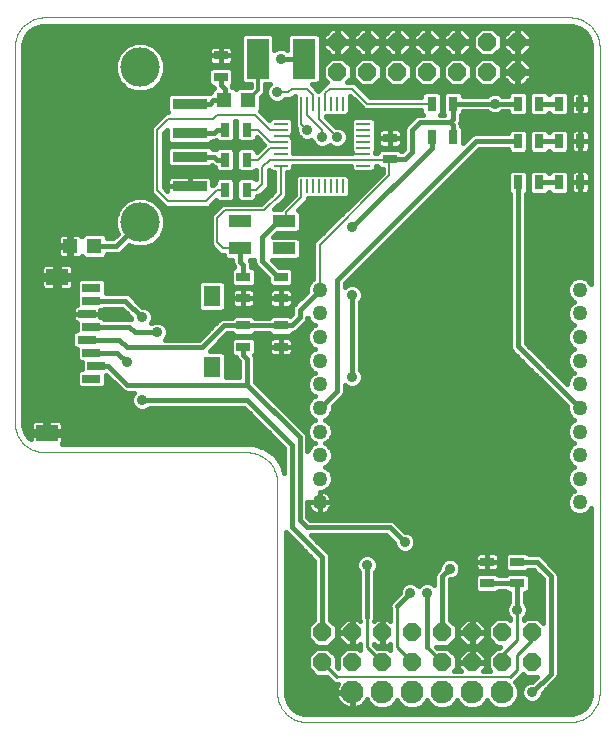
<source format=gtl>
G75*
G70*
%OFA0B0*%
%FSLAX24Y24*%
%IPPOS*%
%LPD*%
%AMOC8*
5,1,8,0,0,1.08239X$1,22.5*
%
%ADD10C,0.0000*%
%ADD11R,0.0450X0.0100*%
%ADD12R,0.0100X0.0450*%
%ADD13C,0.1310*%
%ADD14R,0.1181X0.0354*%
%ADD15R,0.0500X0.0500*%
%ADD16R,0.0472X0.0315*%
%ADD17R,0.0315X0.0472*%
%ADD18R,0.0748X0.1339*%
%ADD19OC8,0.0600*%
%ADD20C,0.0500*%
%ADD21R,0.0748X0.0551*%
%ADD22R,0.0551X0.0709*%
%ADD23R,0.0591X0.0276*%
%ADD24C,0.0760*%
%ADD25R,0.0748X0.0433*%
%ADD26C,0.0160*%
%ADD27C,0.0080*%
%ADD28C,0.0357*%
%ADD29C,0.0100*%
%ADD30C,0.0120*%
D10*
X002487Y009555D02*
X009237Y009555D01*
X009297Y009553D01*
X009358Y009548D01*
X009417Y009539D01*
X009476Y009526D01*
X009535Y009510D01*
X009592Y009490D01*
X009647Y009467D01*
X009702Y009440D01*
X009754Y009411D01*
X009805Y009378D01*
X009854Y009342D01*
X009900Y009304D01*
X009944Y009262D01*
X009986Y009218D01*
X010024Y009172D01*
X010060Y009123D01*
X010093Y009072D01*
X010122Y009020D01*
X010149Y008965D01*
X010172Y008910D01*
X010192Y008853D01*
X010208Y008794D01*
X010221Y008735D01*
X010230Y008676D01*
X010235Y008615D01*
X010237Y008555D01*
X010237Y001555D01*
X010239Y001495D01*
X010244Y001434D01*
X010253Y001375D01*
X010266Y001316D01*
X010282Y001257D01*
X010302Y001200D01*
X010325Y001145D01*
X010352Y001090D01*
X010381Y001038D01*
X010414Y000987D01*
X010450Y000938D01*
X010488Y000892D01*
X010530Y000848D01*
X010574Y000806D01*
X010620Y000768D01*
X010669Y000732D01*
X010720Y000699D01*
X010772Y000670D01*
X010827Y000643D01*
X010882Y000620D01*
X010939Y000600D01*
X010998Y000584D01*
X011057Y000571D01*
X011116Y000562D01*
X011177Y000557D01*
X011237Y000555D01*
X019987Y000555D01*
X020047Y000557D01*
X020108Y000562D01*
X020167Y000571D01*
X020226Y000584D01*
X020285Y000600D01*
X020342Y000620D01*
X020397Y000643D01*
X020452Y000670D01*
X020504Y000699D01*
X020555Y000732D01*
X020604Y000768D01*
X020650Y000806D01*
X020694Y000848D01*
X020736Y000892D01*
X020774Y000938D01*
X020810Y000987D01*
X020843Y001038D01*
X020872Y001090D01*
X020899Y001145D01*
X020922Y001200D01*
X020942Y001257D01*
X020958Y001316D01*
X020971Y001375D01*
X020980Y001434D01*
X020985Y001495D01*
X020987Y001555D01*
X020987Y023055D01*
X020985Y023115D01*
X020980Y023176D01*
X020971Y023235D01*
X020958Y023294D01*
X020942Y023353D01*
X020922Y023410D01*
X020899Y023465D01*
X020872Y023520D01*
X020843Y023572D01*
X020810Y023623D01*
X020774Y023672D01*
X020736Y023718D01*
X020694Y023762D01*
X020650Y023804D01*
X020604Y023842D01*
X020555Y023878D01*
X020504Y023911D01*
X020452Y023940D01*
X020397Y023967D01*
X020342Y023990D01*
X020285Y024010D01*
X020226Y024026D01*
X020167Y024039D01*
X020108Y024048D01*
X020047Y024053D01*
X019987Y024055D01*
X002487Y024055D01*
X002427Y024053D01*
X002366Y024048D01*
X002307Y024039D01*
X002248Y024026D01*
X002189Y024010D01*
X002132Y023990D01*
X002077Y023967D01*
X002022Y023940D01*
X001970Y023911D01*
X001919Y023878D01*
X001870Y023842D01*
X001824Y023804D01*
X001780Y023762D01*
X001738Y023718D01*
X001700Y023672D01*
X001664Y023623D01*
X001631Y023572D01*
X001602Y023520D01*
X001575Y023465D01*
X001552Y023410D01*
X001532Y023353D01*
X001516Y023294D01*
X001503Y023235D01*
X001494Y023176D01*
X001489Y023115D01*
X001487Y023055D01*
X001487Y010555D01*
X001489Y010495D01*
X001494Y010434D01*
X001503Y010375D01*
X001516Y010316D01*
X001532Y010257D01*
X001552Y010200D01*
X001575Y010145D01*
X001602Y010090D01*
X001631Y010038D01*
X001664Y009987D01*
X001700Y009938D01*
X001738Y009892D01*
X001780Y009848D01*
X001824Y009806D01*
X001870Y009768D01*
X001919Y009732D01*
X001970Y009699D01*
X002022Y009670D01*
X002077Y009643D01*
X002132Y009620D01*
X002189Y009600D01*
X002248Y009584D01*
X002307Y009571D01*
X002366Y009562D01*
X002427Y009557D01*
X002487Y009555D01*
D11*
X010359Y019116D03*
X010359Y019313D03*
X010359Y019510D03*
X010359Y019707D03*
X010359Y019903D03*
X010359Y020100D03*
X010359Y020297D03*
X010359Y020494D03*
X013115Y020494D03*
X013115Y020297D03*
X013115Y020100D03*
X013115Y019903D03*
X013115Y019707D03*
X013115Y019510D03*
X013115Y019313D03*
X013115Y019116D03*
D12*
X012426Y018427D03*
X012229Y018427D03*
X012032Y018427D03*
X011835Y018427D03*
X011638Y018427D03*
X011442Y018427D03*
X011245Y018427D03*
X011048Y018427D03*
X011048Y021183D03*
X011245Y021183D03*
X011442Y021183D03*
X011638Y021183D03*
X011835Y021183D03*
X012032Y021183D03*
X012229Y021183D03*
X012426Y021183D03*
D13*
X005668Y022390D03*
X005668Y017220D03*
D14*
X007326Y018427D03*
X007326Y019411D03*
X007326Y020199D03*
X007326Y021183D03*
D15*
X008462Y021305D03*
X009262Y021305D03*
X004137Y016430D03*
X003337Y016430D03*
D16*
X008362Y022076D03*
X008362Y022784D03*
X013987Y020034D03*
X013987Y019326D03*
X010362Y015409D03*
X010362Y014701D03*
X010362Y013784D03*
X010362Y013076D03*
X009112Y013076D03*
X009112Y013784D03*
X009112Y014701D03*
X009112Y015409D03*
X017237Y005909D03*
X017237Y005201D03*
X018237Y005201D03*
X018237Y005909D03*
D17*
X009216Y018305D03*
X008508Y018305D03*
X008508Y019305D03*
X009216Y019305D03*
X009216Y020305D03*
X008508Y020305D03*
X015383Y020055D03*
X016091Y020055D03*
X016091Y021180D03*
X015383Y021180D03*
X018258Y021180D03*
X018966Y021180D03*
X019633Y021180D03*
X020341Y021180D03*
X020341Y019930D03*
X019633Y019930D03*
X018966Y019930D03*
X018258Y019930D03*
X018258Y018555D03*
X018966Y018555D03*
X019633Y018555D03*
X020341Y018555D03*
D18*
X011130Y022680D03*
X009594Y022680D03*
D19*
X012237Y022235D03*
X012237Y023235D03*
X013237Y023235D03*
X014237Y023235D03*
X014237Y022235D03*
X013237Y022235D03*
X015237Y022235D03*
X016237Y022235D03*
X016237Y023235D03*
X015237Y023235D03*
X017237Y023235D03*
X017237Y022235D03*
X018237Y022235D03*
X018237Y023235D03*
X018737Y003555D03*
X018737Y002555D03*
X017737Y002555D03*
X017737Y003555D03*
X016737Y003555D03*
X016737Y002555D03*
X015737Y002555D03*
X015737Y003555D03*
X014737Y003555D03*
X014737Y002555D03*
X013737Y002555D03*
X013737Y003555D03*
X012737Y003555D03*
X012737Y002555D03*
X011737Y002555D03*
X011737Y003555D03*
D20*
X011656Y007887D03*
X011656Y008674D03*
X011656Y009461D03*
X011656Y010249D03*
X011656Y011036D03*
X011656Y011824D03*
X011656Y012611D03*
X011656Y013399D03*
X011656Y014186D03*
X011656Y014973D03*
X020318Y014973D03*
X020318Y014186D03*
X020318Y013399D03*
X020318Y012611D03*
X020318Y011824D03*
X020318Y011036D03*
X020318Y010249D03*
X020318Y009461D03*
X020318Y008674D03*
X020318Y007887D03*
D21*
X002906Y015398D03*
X002552Y010201D03*
D22*
X008064Y012405D03*
X008064Y014768D03*
D23*
X004205Y012445D03*
X004048Y012878D03*
X003890Y013311D03*
X004048Y013744D03*
X003890Y014177D03*
X004048Y014610D03*
X004048Y015043D03*
X004048Y012012D03*
D24*
X012737Y001555D03*
X013737Y001555D03*
X014737Y001555D03*
X015737Y001555D03*
X016737Y001555D03*
X017737Y001555D03*
D25*
X010465Y016352D03*
X010465Y017258D03*
X009009Y017258D03*
X009009Y016352D03*
D26*
X009009Y015908D01*
X009112Y015805D01*
X009112Y015409D01*
X009112Y015018D02*
X008855Y015018D01*
X008814Y015007D01*
X008777Y014986D01*
X008748Y014956D01*
X008727Y014920D01*
X008716Y014879D01*
X008716Y014701D01*
X009112Y014701D01*
X009112Y014701D01*
X009112Y015018D01*
X009369Y015018D01*
X009410Y015007D01*
X009446Y014986D01*
X009476Y014956D01*
X009497Y014920D01*
X009508Y014879D01*
X009508Y014701D01*
X009112Y014701D01*
X009112Y014701D01*
X009112Y015018D01*
X009112Y014979D02*
X009112Y014979D01*
X009112Y014820D02*
X009112Y014820D01*
X009112Y014701D02*
X009112Y014701D01*
X009508Y014701D01*
X009508Y014522D01*
X009497Y014481D01*
X009476Y014445D01*
X009446Y014415D01*
X009410Y014394D01*
X009369Y014383D01*
X009112Y014383D01*
X009112Y014701D01*
X009112Y014701D01*
X008716Y014701D01*
X008716Y014522D01*
X008727Y014481D01*
X008748Y014445D01*
X008777Y014415D01*
X008814Y014394D01*
X008855Y014383D01*
X009112Y014383D01*
X009112Y014701D01*
X009112Y014662D02*
X009112Y014662D01*
X009112Y014503D02*
X009112Y014503D01*
X009503Y014503D02*
X009971Y014503D01*
X009966Y014522D02*
X009977Y014481D01*
X009998Y014445D01*
X010027Y014415D01*
X010064Y014394D01*
X010105Y014383D01*
X010362Y014383D01*
X010619Y014383D01*
X010660Y014394D01*
X010696Y014415D01*
X010726Y014445D01*
X010747Y014481D01*
X010758Y014522D01*
X010758Y014701D01*
X010758Y014879D01*
X010747Y014920D01*
X010726Y014956D01*
X010696Y014986D01*
X010660Y015007D01*
X010619Y015018D01*
X010362Y015018D01*
X010362Y014701D01*
X010362Y014701D01*
X010758Y014701D01*
X010362Y014701D01*
X010362Y014701D01*
X010362Y015018D01*
X010105Y015018D01*
X010064Y015007D01*
X010027Y014986D01*
X009998Y014956D01*
X009977Y014920D01*
X009966Y014879D01*
X009966Y014701D01*
X010362Y014701D01*
X010362Y014701D01*
X010362Y014383D01*
X010362Y014701D01*
X010362Y014701D01*
X009966Y014701D01*
X009966Y014522D01*
X009966Y014662D02*
X009508Y014662D01*
X009508Y014820D02*
X009966Y014820D01*
X010020Y014979D02*
X009454Y014979D01*
X009423Y015072D02*
X009528Y015177D01*
X009528Y015641D01*
X009423Y015747D01*
X009372Y015747D01*
X009372Y015857D01*
X009332Y015952D01*
X009329Y015956D01*
X009457Y015956D01*
X009477Y015975D01*
X009477Y015878D01*
X009516Y015783D01*
X009590Y015710D01*
X009946Y015354D01*
X009946Y015177D01*
X010051Y015072D01*
X010673Y015072D01*
X010778Y015177D01*
X010778Y015641D01*
X010673Y015747D01*
X010288Y015747D01*
X010079Y015956D01*
X010914Y015956D01*
X011019Y016061D01*
X011019Y016643D01*
X010914Y016749D01*
X010111Y016749D01*
X010223Y016861D01*
X010914Y016861D01*
X011019Y016967D01*
X011019Y017549D01*
X010937Y017631D01*
X011268Y017962D01*
X011268Y018022D01*
X012550Y018022D01*
X012656Y018127D01*
X012656Y018727D01*
X012550Y018832D01*
X010923Y018832D01*
X010818Y018727D01*
X010818Y018135D01*
X010458Y017775D01*
X010338Y017654D01*
X010147Y017654D01*
X010450Y017957D01*
X010450Y017957D01*
X010579Y018086D01*
X010579Y018886D01*
X010658Y018886D01*
X010764Y018991D01*
X010764Y019093D01*
X012710Y019093D01*
X012710Y018991D01*
X012815Y018886D01*
X013414Y018886D01*
X013520Y018991D01*
X013520Y019093D01*
X013571Y019093D01*
X013676Y018988D01*
X013754Y018988D01*
X013754Y018883D01*
X011436Y016565D01*
X011436Y015348D01*
X011413Y015338D01*
X011292Y015217D01*
X011226Y015059D01*
X011226Y014911D01*
X010766Y014451D01*
X010727Y014356D01*
X010727Y014163D01*
X010679Y014115D01*
X010673Y014122D01*
X010051Y014122D01*
X009974Y014044D01*
X009500Y014044D01*
X009423Y014122D01*
X008801Y014122D01*
X008724Y014044D01*
X008414Y014044D01*
X008319Y014005D01*
X008246Y013932D01*
X007629Y013315D01*
X006504Y013315D01*
X006541Y013352D01*
X006596Y013484D01*
X006596Y013626D01*
X006541Y013758D01*
X006440Y013859D01*
X006308Y013914D01*
X006166Y013914D01*
X006046Y013864D01*
X006096Y013984D01*
X006096Y014126D01*
X006041Y014258D01*
X005940Y014359D01*
X005808Y014414D01*
X005746Y014414D01*
X005329Y014831D01*
X005233Y014870D01*
X004523Y014870D01*
X004523Y015256D01*
X004418Y015361D01*
X003678Y015361D01*
X003573Y015256D01*
X003573Y014831D01*
X003577Y014827D01*
X003573Y014822D01*
X003573Y014474D01*
X003533Y014464D01*
X003497Y014443D01*
X003467Y014413D01*
X003446Y014377D01*
X003435Y014336D01*
X003435Y014177D01*
X003435Y014018D01*
X003446Y013977D01*
X003467Y013941D01*
X003497Y013911D01*
X003533Y013890D01*
X003573Y013880D01*
X003573Y013629D01*
X003521Y013629D01*
X003415Y013523D01*
X003415Y013099D01*
X003521Y012993D01*
X003573Y012993D01*
X003573Y012665D01*
X003678Y012560D01*
X003730Y012560D01*
X003730Y012329D01*
X003678Y012329D01*
X003573Y012224D01*
X003573Y011799D01*
X003678Y011694D01*
X004418Y011694D01*
X004523Y011799D01*
X004523Y012127D01*
X004547Y012127D01*
X005016Y011658D01*
X005090Y011585D01*
X005185Y011545D01*
X005470Y011545D01*
X005433Y011508D01*
X005378Y011376D01*
X005378Y011234D01*
X005433Y011102D01*
X005534Y011001D01*
X005666Y010946D01*
X005808Y010946D01*
X005940Y011001D01*
X005984Y011045D01*
X009129Y011045D01*
X010477Y009697D01*
X010477Y008881D01*
X010392Y009143D01*
X010392Y009143D01*
X010153Y009471D01*
X009825Y009710D01*
X009440Y009835D01*
X003059Y009835D01*
X003075Y009863D01*
X003086Y009904D01*
X003086Y010143D01*
X002610Y010143D01*
X002610Y010258D01*
X003086Y010258D01*
X003086Y010497D01*
X003075Y010538D01*
X003054Y010575D01*
X003024Y010604D01*
X002988Y010625D01*
X002947Y010636D01*
X002610Y010636D01*
X002610Y010258D01*
X002494Y010258D01*
X002494Y010143D01*
X002018Y010143D01*
X002018Y010017D01*
X001978Y010046D01*
X001845Y010228D01*
X001776Y010442D01*
X001767Y010555D01*
X001767Y023055D01*
X001776Y023168D01*
X001845Y023382D01*
X001978Y023564D01*
X002160Y023697D01*
X002374Y023766D01*
X002487Y023775D01*
X019987Y023775D01*
X020100Y023766D01*
X020314Y023697D01*
X020496Y023564D01*
X020628Y023382D01*
X020698Y023168D01*
X020707Y023055D01*
X020707Y015157D01*
X020682Y015217D01*
X020561Y015338D01*
X020403Y015403D01*
X020232Y015403D01*
X020074Y015338D01*
X019953Y015217D01*
X019888Y015059D01*
X019888Y014888D01*
X019953Y014730D01*
X020074Y014609D01*
X020144Y014580D01*
X020074Y014550D01*
X019953Y014429D01*
X019888Y014271D01*
X019888Y014100D01*
X019953Y013942D01*
X020074Y013821D01*
X020144Y013792D01*
X020074Y013763D01*
X019953Y013642D01*
X019888Y013484D01*
X019888Y013313D01*
X019953Y013155D01*
X020074Y013034D01*
X020144Y013005D01*
X020074Y012976D01*
X019953Y012855D01*
X019888Y012697D01*
X019888Y012526D01*
X019953Y012368D01*
X020074Y012247D01*
X020144Y012217D01*
X020074Y012188D01*
X019953Y012067D01*
X019888Y011909D01*
X019888Y011834D01*
X018518Y013204D01*
X018518Y018167D01*
X018595Y018244D01*
X018595Y018866D01*
X018490Y018971D01*
X018026Y018971D01*
X017920Y018866D01*
X017920Y018244D01*
X017998Y018167D01*
X017998Y013045D01*
X018037Y012949D01*
X019888Y011099D01*
X019888Y010951D01*
X019953Y010793D01*
X020074Y010672D01*
X020144Y010643D01*
X020074Y010613D01*
X019953Y010492D01*
X019888Y010334D01*
X019888Y010163D01*
X019953Y010005D01*
X020074Y009884D01*
X020144Y009855D01*
X020074Y009826D01*
X019953Y009705D01*
X019888Y009547D01*
X019888Y009376D01*
X019953Y009218D01*
X020074Y009097D01*
X020144Y009068D01*
X020074Y009039D01*
X019953Y008918D01*
X019888Y008760D01*
X019888Y008589D01*
X019953Y008431D01*
X020074Y008310D01*
X020144Y008280D01*
X020074Y008251D01*
X019953Y008130D01*
X019888Y007972D01*
X019888Y007801D01*
X019953Y007643D01*
X020074Y007522D01*
X020232Y007457D01*
X020403Y007457D01*
X020561Y007522D01*
X020682Y007643D01*
X020707Y007703D01*
X020707Y001555D01*
X020698Y001442D01*
X020628Y001228D01*
X020496Y001046D01*
X020314Y000913D01*
X020100Y000844D01*
X019987Y000835D01*
X011237Y000835D01*
X011124Y000844D01*
X010910Y000913D01*
X010728Y001046D01*
X010595Y001228D01*
X010526Y001442D01*
X010517Y001555D01*
X010517Y006907D01*
X010590Y006835D01*
X011477Y005947D01*
X011477Y003974D01*
X011257Y003754D01*
X011257Y003356D01*
X011538Y003075D01*
X011936Y003075D01*
X012217Y003356D01*
X012217Y003754D01*
X011997Y003974D01*
X011997Y006107D01*
X011957Y006202D01*
X011365Y006795D01*
X013879Y006795D01*
X014128Y006546D01*
X014128Y006484D01*
X014183Y006352D01*
X014284Y006251D01*
X014416Y006196D01*
X014558Y006196D01*
X014690Y006251D01*
X014791Y006352D01*
X014846Y006484D01*
X014846Y006626D01*
X014791Y006758D01*
X014690Y006859D01*
X014558Y006914D01*
X014496Y006914D01*
X014134Y007275D01*
X014039Y007315D01*
X011345Y007315D01*
X011247Y007413D01*
X011247Y007850D01*
X011256Y007791D01*
X011276Y007729D01*
X011306Y007672D01*
X011343Y007620D01*
X011389Y007574D01*
X011441Y007536D01*
X011499Y007507D01*
X011560Y007487D01*
X011624Y007477D01*
X011656Y007477D01*
X011656Y007887D01*
X011656Y008244D01*
X011656Y008244D01*
X011656Y007887D01*
X011656Y007887D01*
X011247Y007887D01*
X011247Y007887D01*
X011656Y007887D01*
X011656Y007887D01*
X012066Y007887D01*
X012066Y007919D01*
X012056Y007983D01*
X012036Y008044D01*
X012007Y008102D01*
X011969Y008154D01*
X011923Y008199D01*
X011871Y008237D01*
X011814Y008267D01*
X011804Y008270D01*
X011900Y008310D01*
X012021Y008431D01*
X012086Y008589D01*
X012086Y008760D01*
X012021Y008918D01*
X011900Y009039D01*
X011829Y009068D01*
X011900Y009097D01*
X012021Y009218D01*
X012086Y009376D01*
X012086Y009547D01*
X012021Y009705D01*
X011900Y009826D01*
X011829Y009855D01*
X011900Y009884D01*
X012021Y010005D01*
X012086Y010163D01*
X012086Y010334D01*
X012021Y010492D01*
X011900Y010613D01*
X011829Y010643D01*
X011900Y010672D01*
X012021Y010793D01*
X012086Y010951D01*
X012086Y011099D01*
X012457Y011470D01*
X012497Y011565D01*
X012497Y011788D01*
X012534Y011751D01*
X012666Y011696D01*
X012808Y011696D01*
X012940Y011751D01*
X013041Y011852D01*
X013096Y011984D01*
X013096Y012126D01*
X013041Y012258D01*
X012997Y012302D01*
X012997Y014558D01*
X013041Y014602D01*
X013096Y014734D01*
X013096Y014876D01*
X013041Y015008D01*
X012940Y015109D01*
X012808Y015164D01*
X012666Y015164D01*
X012534Y015109D01*
X012497Y015072D01*
X012497Y015197D01*
X016970Y019670D01*
X017920Y019670D01*
X017920Y019619D01*
X018026Y019514D01*
X018490Y019514D01*
X018595Y019619D01*
X018595Y020241D01*
X018490Y020346D01*
X018026Y020346D01*
X017920Y020241D01*
X017920Y020190D01*
X016810Y020190D01*
X016715Y020150D01*
X016429Y019865D01*
X016429Y020366D01*
X016351Y020443D01*
X016351Y020502D01*
X016335Y020540D01*
X016372Y020628D01*
X016372Y020812D01*
X016429Y020869D01*
X016429Y020920D01*
X017240Y020920D01*
X017284Y020876D01*
X017416Y020821D01*
X017558Y020821D01*
X017690Y020876D01*
X017734Y020920D01*
X017920Y020920D01*
X017920Y020869D01*
X018026Y020764D01*
X018490Y020764D01*
X018595Y020869D01*
X018595Y021491D01*
X018490Y021596D01*
X018026Y021596D01*
X017920Y021491D01*
X017920Y021440D01*
X017734Y021440D01*
X017690Y021484D01*
X017558Y021539D01*
X017416Y021539D01*
X017284Y021484D01*
X017240Y021440D01*
X016429Y021440D01*
X016429Y021491D01*
X016323Y021596D01*
X015859Y021596D01*
X015754Y021491D01*
X015754Y020869D01*
X015808Y020815D01*
X015666Y020815D01*
X015720Y020869D01*
X015720Y021491D01*
X015615Y021596D01*
X015151Y021596D01*
X015045Y021491D01*
X015045Y021400D01*
X013328Y021400D01*
X012828Y021900D01*
X012581Y021900D01*
X012717Y022036D01*
X012717Y022434D01*
X012436Y022715D01*
X012038Y022715D01*
X011757Y022434D01*
X011757Y022036D01*
X011894Y021899D01*
X011767Y021771D01*
X011615Y021620D01*
X011615Y021613D01*
X011457Y021771D01*
X011397Y021831D01*
X011578Y021831D01*
X011684Y021936D01*
X011684Y023424D01*
X011578Y023529D01*
X010681Y023529D01*
X010576Y023424D01*
X010576Y022974D01*
X010565Y022984D01*
X010433Y023039D01*
X010291Y023039D01*
X010159Y022984D01*
X010148Y022974D01*
X010148Y023424D01*
X010043Y023529D01*
X009146Y023529D01*
X009040Y023424D01*
X009040Y021936D01*
X009146Y021831D01*
X009354Y021831D01*
X009354Y021737D01*
X009352Y021735D01*
X008937Y021735D01*
X008862Y021660D01*
X008786Y021735D01*
X008746Y021735D01*
X008723Y021789D01*
X008778Y021844D01*
X008778Y022308D01*
X008673Y022413D01*
X008051Y022413D01*
X007946Y022308D01*
X007946Y021844D01*
X008051Y021738D01*
X008108Y021738D01*
X008118Y021715D01*
X008032Y021630D01*
X008032Y021553D01*
X007994Y021538D01*
X007991Y021540D01*
X006661Y021540D01*
X006556Y021435D01*
X006556Y020931D01*
X006587Y020900D01*
X006521Y020900D01*
X006392Y020771D01*
X006017Y020396D01*
X006017Y018214D01*
X006146Y018085D01*
X006521Y017710D01*
X007953Y017710D01*
X008082Y017839D01*
X008204Y017961D01*
X008276Y017889D01*
X008740Y017889D01*
X008845Y017994D01*
X008845Y018616D01*
X008740Y018721D01*
X008276Y018721D01*
X008170Y018616D01*
X008170Y018525D01*
X008146Y018525D01*
X008077Y018456D01*
X008077Y018625D01*
X008066Y018666D01*
X008045Y018702D01*
X008015Y018732D01*
X007979Y018753D01*
X007938Y018764D01*
X007335Y018764D01*
X007335Y018436D01*
X007318Y018436D01*
X007318Y018764D01*
X006715Y018764D01*
X006674Y018753D01*
X006637Y018732D01*
X006608Y018702D01*
X006587Y018666D01*
X006576Y018625D01*
X006576Y018436D01*
X007318Y018436D01*
X007318Y018418D01*
X006576Y018418D01*
X006576Y018277D01*
X006457Y018396D01*
X006457Y020214D01*
X006556Y020313D01*
X006556Y019947D01*
X006661Y019842D01*
X007991Y019842D01*
X008089Y019939D01*
X008182Y019939D01*
X008213Y019951D01*
X008276Y019889D01*
X008740Y019889D01*
X008845Y019994D01*
X008845Y020585D01*
X008879Y020585D01*
X008879Y019994D01*
X008984Y019889D01*
X009448Y019889D01*
X009554Y019994D01*
X009554Y020052D01*
X009801Y019805D01*
X009554Y019558D01*
X009554Y019616D01*
X009448Y019721D01*
X008984Y019721D01*
X008879Y019616D01*
X008879Y018994D01*
X008984Y018889D01*
X009448Y018889D01*
X009517Y018957D01*
X009517Y018653D01*
X009448Y018721D01*
X008984Y018721D01*
X008879Y018616D01*
X008879Y017994D01*
X008984Y017889D01*
X009448Y017889D01*
X009554Y017994D01*
X009554Y018085D01*
X009641Y018085D01*
X009769Y018214D01*
X009957Y018401D01*
X009957Y018964D01*
X009969Y018976D01*
X010059Y018886D01*
X010139Y018886D01*
X010139Y018268D01*
X009708Y017837D01*
X008396Y017837D01*
X008267Y017709D01*
X008017Y017459D01*
X008017Y016464D01*
X008146Y016335D01*
X008349Y016132D01*
X008455Y016132D01*
X008455Y016061D01*
X008560Y015956D01*
X008749Y015956D01*
X008749Y015857D01*
X008788Y015761D01*
X008802Y015747D01*
X008801Y015747D01*
X008696Y015641D01*
X008696Y015177D01*
X008801Y015072D01*
X009423Y015072D01*
X009488Y015137D02*
X009986Y015137D01*
X009946Y015296D02*
X009528Y015296D01*
X009528Y015454D02*
X009845Y015454D01*
X009687Y015613D02*
X009528Y015613D01*
X009528Y015771D02*
X009372Y015771D01*
X009342Y015930D02*
X009477Y015930D01*
X009737Y015930D02*
X009737Y016743D01*
X010174Y017180D01*
X010387Y017180D01*
X010465Y017258D01*
X010356Y017673D02*
X010166Y017673D01*
X010325Y017832D02*
X010515Y017832D01*
X010483Y017990D02*
X010673Y017990D01*
X010579Y018149D02*
X010818Y018149D01*
X010818Y018307D02*
X010579Y018307D01*
X010579Y018466D02*
X010818Y018466D01*
X010818Y018624D02*
X010579Y018624D01*
X010579Y018783D02*
X010874Y018783D01*
X010713Y018941D02*
X012760Y018941D01*
X012600Y018783D02*
X013653Y018783D01*
X013754Y018941D02*
X013469Y018941D01*
X013495Y018624D02*
X012656Y018624D01*
X012656Y018466D02*
X013336Y018466D01*
X013178Y018307D02*
X012656Y018307D01*
X012656Y018149D02*
X013019Y018149D01*
X012861Y017990D02*
X011268Y017990D01*
X011137Y017832D02*
X012702Y017832D01*
X012544Y017673D02*
X010979Y017673D01*
X011019Y017515D02*
X012385Y017515D01*
X012227Y017356D02*
X011019Y017356D01*
X011019Y017198D02*
X012068Y017198D01*
X011910Y017039D02*
X011019Y017039D01*
X010933Y016881D02*
X011751Y016881D01*
X011593Y016722D02*
X010941Y016722D01*
X011019Y016564D02*
X011436Y016564D01*
X011436Y016405D02*
X011019Y016405D01*
X011019Y016247D02*
X011436Y016247D01*
X011436Y016088D02*
X011019Y016088D01*
X011436Y015930D02*
X010105Y015930D01*
X010264Y015771D02*
X011436Y015771D01*
X011436Y015613D02*
X010778Y015613D01*
X010778Y015454D02*
X011436Y015454D01*
X011370Y015296D02*
X010778Y015296D01*
X010738Y015137D02*
X011259Y015137D01*
X011226Y014979D02*
X010704Y014979D01*
X010758Y014820D02*
X011135Y014820D01*
X010977Y014662D02*
X010758Y014662D01*
X010753Y014503D02*
X010818Y014503D01*
X010727Y014345D02*
X008519Y014345D01*
X008519Y014339D02*
X008414Y014233D01*
X007713Y014233D01*
X007608Y014339D01*
X007608Y015196D01*
X007713Y015302D01*
X008414Y015302D01*
X008519Y015196D01*
X008519Y014339D01*
X008519Y014503D02*
X008721Y014503D01*
X008716Y014662D02*
X008519Y014662D01*
X008519Y014820D02*
X008716Y014820D01*
X008770Y014979D02*
X008519Y014979D01*
X008519Y015137D02*
X008736Y015137D01*
X008696Y015296D02*
X008420Y015296D01*
X008696Y015454D02*
X002964Y015454D01*
X002964Y015455D02*
X003440Y015455D01*
X003440Y015694D01*
X003429Y015735D01*
X003408Y015771D01*
X008784Y015771D01*
X008749Y015930D02*
X001767Y015930D01*
X001767Y016088D02*
X002955Y016088D01*
X002959Y016082D02*
X002989Y016052D01*
X003025Y016031D01*
X003066Y016020D01*
X003292Y016020D01*
X003292Y016385D01*
X003382Y016385D01*
X003382Y016020D01*
X003608Y016020D01*
X003649Y016031D01*
X003685Y016052D01*
X003715Y016082D01*
X003721Y016092D01*
X003812Y016000D01*
X004461Y016000D01*
X004567Y016105D01*
X004567Y016170D01*
X004930Y016170D01*
X005025Y016210D01*
X005289Y016473D01*
X005502Y016385D01*
X005834Y016385D01*
X006141Y016512D01*
X006376Y016747D01*
X006503Y017054D01*
X006503Y017386D01*
X006376Y017693D01*
X006141Y017928D01*
X005834Y018055D01*
X005502Y018055D01*
X005195Y017928D01*
X004960Y017693D01*
X004833Y017386D01*
X004833Y017054D01*
X004921Y016841D01*
X004770Y016690D01*
X004567Y016690D01*
X004567Y016755D01*
X004461Y016860D01*
X003812Y016860D01*
X003721Y016768D01*
X003715Y016778D01*
X003685Y016808D01*
X003649Y016829D01*
X003608Y016840D01*
X003382Y016840D01*
X003382Y016475D01*
X003292Y016475D01*
X003292Y016840D01*
X003066Y016840D01*
X003025Y016829D01*
X002989Y016808D01*
X002959Y016778D01*
X002938Y016742D01*
X002927Y016701D01*
X002927Y016475D01*
X003292Y016475D01*
X003292Y016385D01*
X002927Y016385D01*
X002927Y016159D01*
X002938Y016118D01*
X002959Y016082D01*
X002927Y016247D02*
X001767Y016247D01*
X001767Y016405D02*
X003292Y016405D01*
X003292Y016247D02*
X003382Y016247D01*
X003382Y016088D02*
X003292Y016088D01*
X003301Y015833D02*
X002964Y015833D01*
X002964Y015455D01*
X002964Y015340D01*
X003440Y015340D01*
X003440Y015101D01*
X003429Y015060D01*
X003408Y015024D01*
X003378Y014994D01*
X003342Y014973D01*
X003301Y014962D01*
X002964Y014962D01*
X002964Y015340D01*
X002848Y015340D01*
X002372Y015340D01*
X002372Y015101D01*
X002383Y015060D01*
X002404Y015024D01*
X002434Y014994D01*
X002470Y014973D01*
X002511Y014962D01*
X002848Y014962D01*
X002848Y015340D01*
X002848Y015455D01*
X002372Y015455D01*
X002372Y015694D01*
X002383Y015735D01*
X002404Y015771D01*
X001767Y015771D01*
X001767Y015613D02*
X002372Y015613D01*
X002404Y015771D02*
X002434Y015801D01*
X002470Y015822D01*
X002511Y015833D01*
X002848Y015833D01*
X002848Y015455D01*
X002964Y015455D01*
X002848Y015454D02*
X001767Y015454D01*
X001767Y015296D02*
X002372Y015296D01*
X002372Y015137D02*
X001767Y015137D01*
X001767Y014979D02*
X002461Y014979D01*
X002848Y014979D02*
X002964Y014979D01*
X002964Y015137D02*
X002848Y015137D01*
X002848Y015296D02*
X002964Y015296D01*
X002964Y015613D02*
X002848Y015613D01*
X002848Y015771D02*
X002964Y015771D01*
X003301Y015833D02*
X003342Y015822D01*
X003378Y015801D01*
X003408Y015771D01*
X003440Y015613D02*
X008696Y015613D01*
X008455Y016088D02*
X004549Y016088D01*
X004878Y016430D02*
X004137Y016430D01*
X004567Y016722D02*
X004802Y016722D01*
X004905Y016881D02*
X001767Y016881D01*
X001767Y017039D02*
X004839Y017039D01*
X004833Y017198D02*
X001767Y017198D01*
X001767Y017356D02*
X004833Y017356D01*
X004886Y017515D02*
X001767Y017515D01*
X001767Y017673D02*
X004952Y017673D01*
X005099Y017832D02*
X001767Y017832D01*
X001767Y017990D02*
X005345Y017990D01*
X005991Y017990D02*
X006241Y017990D01*
X006237Y017832D02*
X006399Y017832D01*
X006384Y017673D02*
X008231Y017673D01*
X008075Y017832D02*
X008390Y017832D01*
X008073Y017515D02*
X006450Y017515D01*
X006503Y017356D02*
X008017Y017356D01*
X008017Y017198D02*
X006503Y017198D01*
X006497Y017039D02*
X008017Y017039D01*
X008017Y016881D02*
X006431Y016881D01*
X006351Y016722D02*
X008017Y016722D01*
X008017Y016564D02*
X006192Y016564D01*
X005882Y016405D02*
X008076Y016405D01*
X008234Y016247D02*
X005062Y016247D01*
X005221Y016405D02*
X005454Y016405D01*
X004878Y016430D02*
X005668Y017220D01*
X006082Y018149D02*
X001767Y018149D01*
X001767Y018307D02*
X006017Y018307D01*
X006017Y018466D02*
X001767Y018466D01*
X001767Y018624D02*
X006017Y018624D01*
X006017Y018783D02*
X001767Y018783D01*
X001767Y018941D02*
X006017Y018941D01*
X006017Y019100D02*
X001767Y019100D01*
X001767Y019258D02*
X006017Y019258D01*
X006017Y019417D02*
X001767Y019417D01*
X001767Y019575D02*
X006017Y019575D01*
X006017Y019734D02*
X001767Y019734D01*
X001767Y019892D02*
X006017Y019892D01*
X006017Y020051D02*
X001767Y020051D01*
X001767Y020209D02*
X006017Y020209D01*
X006017Y020368D02*
X001767Y020368D01*
X001767Y020526D02*
X006147Y020526D01*
X006305Y020685D02*
X001767Y020685D01*
X001767Y020843D02*
X006464Y020843D01*
X006556Y021002D02*
X001767Y021002D01*
X001767Y021160D02*
X006556Y021160D01*
X006556Y021319D02*
X001767Y021319D01*
X001767Y021477D02*
X006598Y021477D01*
X006253Y021794D02*
X007995Y021794D01*
X008038Y021636D02*
X006028Y021636D01*
X006141Y021682D02*
X006376Y021917D01*
X006503Y022224D01*
X006503Y022556D01*
X006376Y022863D01*
X006141Y023098D01*
X005834Y023225D01*
X005502Y023225D01*
X005195Y023098D01*
X004960Y022863D01*
X004833Y022556D01*
X004833Y022224D01*
X004960Y021917D01*
X005195Y021682D01*
X005502Y021555D01*
X005834Y021555D01*
X006141Y021682D01*
X006391Y021953D02*
X007946Y021953D01*
X007946Y022111D02*
X006456Y022111D01*
X006503Y022270D02*
X007946Y022270D01*
X008064Y022478D02*
X008105Y022467D01*
X008362Y022467D01*
X008619Y022467D01*
X008660Y022478D01*
X008696Y022499D01*
X008726Y022529D01*
X008747Y022565D01*
X008758Y022606D01*
X008758Y022784D01*
X008362Y022784D01*
X008362Y022467D01*
X008362Y022784D01*
X008362Y022784D01*
X008362Y022784D01*
X007966Y022784D01*
X007966Y022606D01*
X007977Y022565D01*
X007998Y022529D01*
X008027Y022499D01*
X008064Y022478D01*
X007971Y022587D02*
X006490Y022587D01*
X006503Y022428D02*
X009040Y022428D01*
X009040Y022270D02*
X008778Y022270D01*
X008778Y022111D02*
X009040Y022111D01*
X009040Y021953D02*
X008778Y021953D01*
X008728Y021794D02*
X009354Y021794D01*
X009834Y021794D02*
X009969Y021794D01*
X009933Y021758D02*
X010005Y021831D01*
X009834Y021831D01*
X009834Y021590D01*
X009798Y021501D01*
X009692Y021396D01*
X009692Y020980D01*
X009657Y020946D01*
X009969Y020634D01*
X010059Y020724D01*
X010658Y020724D01*
X010764Y020619D01*
X010764Y020173D01*
X010744Y020153D01*
X010744Y020100D01*
X010692Y020100D01*
X010692Y020100D01*
X010744Y020100D01*
X010744Y020048D01*
X010764Y020028D01*
X010764Y019533D01*
X012730Y019533D01*
X012730Y019562D01*
X012710Y019582D01*
X012710Y020619D01*
X012815Y020724D01*
X013414Y020724D01*
X013520Y020619D01*
X013520Y019582D01*
X013500Y019562D01*
X013500Y019533D01*
X013571Y019533D01*
X013571Y019558D01*
X013676Y019663D01*
X014298Y019663D01*
X014375Y019586D01*
X014400Y019586D01*
X014477Y019663D01*
X014477Y020357D01*
X014516Y020452D01*
X014766Y020702D01*
X014766Y020702D01*
X014840Y020775D01*
X014935Y020815D01*
X015099Y020815D01*
X015045Y020869D01*
X015045Y020960D01*
X013146Y020960D01*
X013017Y021089D01*
X012656Y021450D01*
X012656Y020883D01*
X012550Y020778D01*
X011858Y020778D01*
X011858Y020745D01*
X012189Y020414D01*
X012308Y020414D01*
X012440Y020359D01*
X012541Y020258D01*
X012596Y020126D01*
X012596Y019984D01*
X012541Y019852D01*
X012440Y019751D01*
X012308Y019696D01*
X012166Y019696D01*
X012034Y019751D01*
X011987Y019798D01*
X011940Y019751D01*
X011808Y019696D01*
X011666Y019696D01*
X011534Y019751D01*
X011433Y019852D01*
X011381Y019976D01*
X011308Y019946D01*
X011166Y019946D01*
X011034Y020001D01*
X010933Y020102D01*
X010878Y020234D01*
X010878Y020353D01*
X010828Y020403D01*
X010828Y020873D01*
X010818Y020883D01*
X010818Y021450D01*
X010703Y021335D01*
X010524Y021335D01*
X010440Y021251D01*
X010308Y021196D01*
X010166Y021196D01*
X010034Y021251D01*
X009933Y021352D01*
X009878Y021484D01*
X009878Y021626D01*
X009933Y021758D01*
X009882Y021636D02*
X009834Y021636D01*
X009881Y021477D02*
X009773Y021477D01*
X009692Y021319D02*
X009966Y021319D01*
X009692Y021160D02*
X010818Y021160D01*
X010818Y021002D02*
X009692Y021002D01*
X009760Y020843D02*
X010828Y020843D01*
X010828Y020685D02*
X010698Y020685D01*
X010764Y020526D02*
X010828Y020526D01*
X010863Y020368D02*
X010764Y020368D01*
X010764Y020209D02*
X010888Y020209D01*
X010984Y020051D02*
X010744Y020051D01*
X010692Y020100D02*
X010692Y020100D01*
X010764Y019892D02*
X011416Y019892D01*
X011576Y019734D02*
X010764Y019734D01*
X010764Y019575D02*
X012717Y019575D01*
X012710Y019734D02*
X012398Y019734D01*
X012558Y019892D02*
X012710Y019892D01*
X012710Y020051D02*
X012596Y020051D01*
X012561Y020209D02*
X012710Y020209D01*
X012710Y020368D02*
X012420Y020368D01*
X012710Y020526D02*
X012077Y020526D01*
X011918Y020685D02*
X012776Y020685D01*
X012615Y020843D02*
X015071Y020843D01*
X014987Y020555D02*
X014737Y020305D01*
X014737Y019555D01*
X014508Y019326D01*
X013987Y019326D01*
X013987Y019717D02*
X013730Y019717D01*
X013689Y019728D01*
X013652Y019749D01*
X013623Y019779D01*
X013602Y019815D01*
X013591Y019856D01*
X013591Y020034D01*
X013987Y020034D01*
X013987Y019717D01*
X014244Y019717D01*
X014285Y019728D01*
X014321Y019749D01*
X014351Y019779D01*
X014372Y019815D01*
X014383Y019856D01*
X014383Y020034D01*
X013987Y020034D01*
X013987Y020034D01*
X013987Y020034D01*
X013987Y019717D01*
X013987Y019734D02*
X013987Y019734D01*
X013987Y019892D02*
X013987Y019892D01*
X013987Y020034D02*
X013987Y020034D01*
X014383Y020034D01*
X014383Y020213D01*
X014372Y020254D01*
X014351Y020290D01*
X014321Y020320D01*
X014285Y020341D01*
X014244Y020352D01*
X013987Y020352D01*
X013987Y020034D01*
X013591Y020034D01*
X013591Y020213D01*
X013602Y020254D01*
X013623Y020290D01*
X013652Y020320D01*
X013689Y020341D01*
X013730Y020352D01*
X013987Y020352D01*
X013987Y020034D01*
X013987Y020034D01*
X013987Y020051D02*
X013987Y020051D01*
X013987Y020209D02*
X013987Y020209D01*
X014383Y020209D02*
X014477Y020209D01*
X014477Y020051D02*
X014383Y020051D01*
X014383Y019892D02*
X014477Y019892D01*
X014477Y019734D02*
X014295Y019734D01*
X013679Y019734D02*
X013520Y019734D01*
X013520Y019892D02*
X013591Y019892D01*
X013591Y020051D02*
X013520Y020051D01*
X013520Y020209D02*
X013591Y020209D01*
X013520Y020368D02*
X014481Y020368D01*
X014590Y020526D02*
X013520Y020526D01*
X013454Y020685D02*
X014749Y020685D01*
X014987Y020555D02*
X015987Y020555D01*
X016091Y020451D01*
X016091Y020055D01*
X016429Y020051D02*
X016615Y020051D01*
X016456Y019892D02*
X016429Y019892D01*
X016429Y020209D02*
X017920Y020209D01*
X018258Y019930D02*
X016862Y019930D01*
X012237Y015305D01*
X012237Y011617D01*
X011656Y011036D01*
X011483Y010643D02*
X011413Y010613D01*
X011292Y010492D01*
X011226Y010334D01*
X011226Y010163D01*
X011292Y010005D01*
X011413Y009884D01*
X011483Y009855D01*
X011413Y009826D01*
X011292Y009705D01*
X011247Y009597D01*
X011247Y010107D01*
X011207Y010202D01*
X011134Y010275D01*
X009497Y011913D01*
X009497Y012732D01*
X009473Y012789D01*
X009528Y012844D01*
X009528Y013308D01*
X009423Y013413D01*
X008801Y013413D01*
X008696Y013308D01*
X008696Y012844D01*
X008801Y012738D01*
X008858Y012738D01*
X008891Y012658D01*
X008965Y012585D01*
X008977Y012572D01*
X008977Y012065D01*
X008519Y012065D01*
X008519Y012834D01*
X008414Y012940D01*
X007989Y012940D01*
X008574Y013524D01*
X008724Y013524D01*
X008801Y013447D01*
X009423Y013447D01*
X009500Y013524D01*
X009974Y013524D01*
X010051Y013447D01*
X010673Y013447D01*
X010750Y013524D01*
X010768Y013524D01*
X010863Y013564D01*
X011207Y013908D01*
X011247Y014003D01*
X011247Y014050D01*
X011292Y013942D01*
X011413Y013821D01*
X011483Y013792D01*
X011413Y013763D01*
X011292Y013642D01*
X011226Y013484D01*
X011226Y013313D01*
X011292Y013155D01*
X011413Y013034D01*
X011483Y013005D01*
X011413Y012976D01*
X011292Y012855D01*
X011226Y012697D01*
X011226Y012526D01*
X011292Y012368D01*
X011413Y012247D01*
X011483Y012217D01*
X011413Y012188D01*
X011292Y012067D01*
X011226Y011909D01*
X011226Y011738D01*
X011292Y011580D01*
X011413Y011459D01*
X011483Y011430D01*
X011413Y011401D01*
X011292Y011280D01*
X011226Y011122D01*
X011226Y010951D01*
X011292Y010793D01*
X011413Y010672D01*
X011483Y010643D01*
X011385Y010699D02*
X010711Y010699D01*
X010869Y010541D02*
X011340Y010541D01*
X011246Y010382D02*
X011028Y010382D01*
X011186Y010224D02*
X011226Y010224D01*
X011247Y010065D02*
X011267Y010065D01*
X011247Y009907D02*
X011390Y009907D01*
X011335Y009748D02*
X011247Y009748D01*
X010987Y010055D02*
X010987Y007305D01*
X011237Y007055D01*
X013987Y007055D01*
X014487Y006555D01*
X014155Y006420D02*
X011740Y006420D01*
X011582Y006578D02*
X014096Y006578D01*
X013938Y006737D02*
X011423Y006737D01*
X011005Y006420D02*
X010517Y006420D01*
X010517Y006578D02*
X010846Y006578D01*
X010688Y006737D02*
X010517Y006737D01*
X010517Y006895D02*
X010529Y006895D01*
X010737Y007055D02*
X010737Y009805D01*
X009237Y011305D01*
X005737Y011305D01*
X005955Y011016D02*
X009158Y011016D01*
X009317Y010858D02*
X001767Y010858D01*
X001767Y011016D02*
X005519Y011016D01*
X005403Y011175D02*
X001767Y011175D01*
X001767Y011333D02*
X005378Y011333D01*
X005426Y011492D02*
X001767Y011492D01*
X001767Y011650D02*
X005024Y011650D01*
X004866Y011809D02*
X004523Y011809D01*
X004523Y011967D02*
X004707Y011967D01*
X004549Y012126D02*
X004523Y012126D01*
X004597Y012445D02*
X004205Y012445D01*
X004597Y012445D02*
X005237Y011805D01*
X009237Y011805D01*
X009237Y012680D01*
X009112Y012805D01*
X009112Y013076D01*
X009528Y013077D02*
X009966Y013077D01*
X009966Y013076D02*
X010362Y013076D01*
X010362Y013076D01*
X010362Y013393D01*
X010619Y013393D01*
X010660Y013382D01*
X010696Y013361D01*
X010726Y013331D01*
X010747Y013295D01*
X010758Y013254D01*
X010758Y013076D01*
X010362Y013076D01*
X010362Y013076D01*
X010362Y013393D01*
X010105Y013393D01*
X010064Y013382D01*
X010027Y013361D01*
X009998Y013331D01*
X009977Y013295D01*
X009966Y013254D01*
X009966Y013076D01*
X009966Y012897D01*
X009977Y012856D01*
X009998Y012820D01*
X010027Y012790D01*
X010064Y012769D01*
X010105Y012758D01*
X010362Y012758D01*
X010619Y012758D01*
X010660Y012769D01*
X010696Y012790D01*
X010726Y012820D01*
X010747Y012856D01*
X010758Y012897D01*
X010758Y013076D01*
X010362Y013076D01*
X010362Y013076D01*
X010362Y012758D01*
X010362Y013076D01*
X010362Y013076D01*
X009966Y013076D01*
X009966Y012918D02*
X009528Y012918D01*
X009485Y012760D02*
X010100Y012760D01*
X010362Y012760D02*
X010362Y012760D01*
X010362Y012918D02*
X010362Y012918D01*
X010362Y013077D02*
X010362Y013077D01*
X010362Y013235D02*
X010362Y013235D01*
X010758Y013235D02*
X011258Y013235D01*
X011226Y013394D02*
X009442Y013394D01*
X009528Y013235D02*
X009966Y013235D01*
X009497Y012601D02*
X011226Y012601D01*
X011252Y012760D02*
X010624Y012760D01*
X010758Y012918D02*
X011355Y012918D01*
X011370Y013077D02*
X010758Y013077D01*
X010835Y013552D02*
X011254Y013552D01*
X011360Y013711D02*
X011010Y013711D01*
X011169Y013869D02*
X011365Y013869D01*
X011256Y014028D02*
X011247Y014028D01*
X010987Y014055D02*
X010987Y014304D01*
X011656Y014973D01*
X010987Y014055D02*
X010716Y013784D01*
X010362Y013784D01*
X009112Y013784D01*
X008466Y013784D01*
X007737Y013055D01*
X005237Y013055D01*
X004981Y013311D01*
X003890Y013311D01*
X004048Y013744D02*
X005298Y013744D01*
X005487Y013555D01*
X006237Y013555D01*
X006416Y013869D02*
X008183Y013869D01*
X008025Y013711D02*
X006561Y013711D01*
X006596Y013552D02*
X007866Y013552D01*
X007708Y013394D02*
X006558Y013394D01*
X006096Y014028D02*
X008374Y014028D01*
X008443Y013394D02*
X008781Y013394D01*
X008696Y013235D02*
X008285Y013235D01*
X008126Y013077D02*
X008696Y013077D01*
X008696Y012918D02*
X008435Y012918D01*
X008519Y012760D02*
X008780Y012760D01*
X008948Y012601D02*
X008519Y012601D01*
X008519Y012443D02*
X008977Y012443D01*
X008977Y012284D02*
X008519Y012284D01*
X008519Y012126D02*
X008977Y012126D01*
X009237Y011805D02*
X010987Y010055D01*
X010426Y009748D02*
X009707Y009748D01*
X009825Y009710D02*
X009825Y009710D01*
X009991Y009590D02*
X010477Y009590D01*
X010477Y009431D02*
X010183Y009431D01*
X010153Y009471D02*
X010153Y009471D01*
X010153Y009471D01*
X010298Y009273D02*
X010477Y009273D01*
X010477Y009114D02*
X010401Y009114D01*
X010453Y008956D02*
X010477Y008956D01*
X010268Y009907D02*
X003086Y009907D01*
X003086Y010065D02*
X010109Y010065D01*
X009951Y010224D02*
X002610Y010224D01*
X002494Y010224D02*
X001849Y010224D01*
X001795Y010382D02*
X002018Y010382D01*
X002018Y010497D02*
X002018Y010258D01*
X002494Y010258D01*
X002494Y010636D01*
X002157Y010636D01*
X002116Y010625D01*
X002080Y010604D01*
X002050Y010575D01*
X002029Y010538D01*
X002018Y010497D01*
X002030Y010541D02*
X001768Y010541D01*
X001767Y010699D02*
X009475Y010699D01*
X009634Y010541D02*
X003074Y010541D01*
X003086Y010382D02*
X009792Y010382D01*
X010394Y011016D02*
X011226Y011016D01*
X011248Y011175D02*
X010235Y011175D01*
X010077Y011333D02*
X011345Y011333D01*
X011380Y011492D02*
X009918Y011492D01*
X009760Y011650D02*
X011263Y011650D01*
X011226Y011809D02*
X009601Y011809D01*
X009497Y011967D02*
X011250Y011967D01*
X011350Y012126D02*
X009497Y012126D01*
X009497Y012284D02*
X011375Y012284D01*
X011261Y012443D02*
X009497Y012443D01*
X010552Y010858D02*
X011265Y010858D01*
X011927Y010699D02*
X020047Y010699D01*
X020001Y010541D02*
X011973Y010541D01*
X012066Y010382D02*
X019907Y010382D01*
X019888Y010224D02*
X012086Y010224D01*
X012045Y010065D02*
X019928Y010065D01*
X020052Y009907D02*
X011922Y009907D01*
X011978Y009748D02*
X019996Y009748D01*
X019905Y009590D02*
X012069Y009590D01*
X012086Y009431D02*
X019888Y009431D01*
X019930Y009273D02*
X012043Y009273D01*
X011917Y009114D02*
X020057Y009114D01*
X019991Y008956D02*
X011983Y008956D01*
X012071Y008797D02*
X019903Y008797D01*
X019888Y008639D02*
X012086Y008639D01*
X012041Y008480D02*
X019933Y008480D01*
X020062Y008322D02*
X011912Y008322D01*
X011960Y008163D02*
X019986Y008163D01*
X019901Y008005D02*
X012049Y008005D01*
X012066Y007887D02*
X011656Y007887D01*
X011656Y007887D01*
X011656Y007887D01*
X011656Y007477D01*
X011688Y007477D01*
X011752Y007487D01*
X011814Y007507D01*
X011871Y007536D01*
X011923Y007574D01*
X011969Y007620D01*
X012007Y007672D01*
X012036Y007729D01*
X012056Y007791D01*
X012066Y007854D01*
X012066Y007887D01*
X012065Y007846D02*
X019888Y007846D01*
X019935Y007688D02*
X012015Y007688D01*
X011857Y007529D02*
X020067Y007529D01*
X020568Y007529D02*
X020707Y007529D01*
X020707Y007371D02*
X011289Y007371D01*
X011247Y007529D02*
X011455Y007529D01*
X011656Y007529D02*
X011656Y007529D01*
X011656Y007688D02*
X011656Y007688D01*
X011656Y007846D02*
X011656Y007846D01*
X011656Y008005D02*
X011656Y008005D01*
X011656Y008163D02*
X011656Y008163D01*
X011247Y007846D02*
X011247Y007846D01*
X011247Y007688D02*
X011297Y007688D01*
X010737Y007055D02*
X011737Y006055D01*
X011737Y003555D01*
X012087Y003884D02*
X012415Y003884D01*
X012546Y004015D02*
X012277Y003746D01*
X012277Y003575D01*
X012717Y003575D01*
X012717Y004015D01*
X012546Y004015D01*
X012757Y004015D02*
X012757Y003575D01*
X012717Y003575D01*
X012717Y003535D01*
X012757Y003535D01*
X012757Y003095D01*
X012927Y003095D01*
X013007Y003174D01*
X013007Y002964D01*
X012936Y003035D01*
X012538Y003035D01*
X012257Y002754D01*
X012257Y002360D01*
X012217Y002400D01*
X012217Y002754D01*
X011936Y003035D01*
X011538Y003035D01*
X011257Y002754D01*
X011257Y002356D01*
X011538Y002075D01*
X011892Y002075D01*
X012142Y001825D01*
X012268Y001825D01*
X012236Y001762D01*
X012210Y001681D01*
X012197Y001597D01*
X012197Y001573D01*
X012718Y001573D01*
X012718Y001537D01*
X012197Y001537D01*
X012197Y001513D01*
X012210Y001429D01*
X012236Y001348D01*
X012275Y001272D01*
X012325Y001203D01*
X012385Y001143D01*
X012454Y001093D01*
X012530Y001055D01*
X012610Y001028D01*
X012694Y001015D01*
X012718Y001015D01*
X012718Y001537D01*
X012755Y001537D01*
X012755Y001015D01*
X012779Y001015D01*
X012863Y001028D01*
X012944Y001055D01*
X013020Y001093D01*
X013089Y001143D01*
X013149Y001203D01*
X013199Y001272D01*
X013226Y001325D01*
X013262Y001238D01*
X013420Y001080D01*
X013625Y000995D01*
X013848Y000995D01*
X014054Y001080D01*
X014212Y001238D01*
X014237Y001299D01*
X014262Y001238D01*
X014420Y001080D01*
X014625Y000995D01*
X014848Y000995D01*
X015054Y001080D01*
X015212Y001238D01*
X015237Y001299D01*
X015262Y001238D01*
X015420Y001080D01*
X015625Y000995D01*
X015848Y000995D01*
X016054Y001080D01*
X016212Y001238D01*
X016237Y001299D01*
X016262Y001238D01*
X016420Y001080D01*
X016625Y000995D01*
X016848Y000995D01*
X017054Y001080D01*
X017212Y001238D01*
X017237Y001299D01*
X017262Y001238D01*
X017420Y001080D01*
X017625Y000995D01*
X017848Y000995D01*
X018054Y001080D01*
X018212Y001238D01*
X018297Y001444D01*
X018297Y001666D01*
X018212Y001872D01*
X018170Y001913D01*
X018332Y002075D01*
X018435Y002178D01*
X018538Y002075D01*
X018889Y002075D01*
X018728Y001914D01*
X018666Y001914D01*
X018534Y001859D01*
X018433Y001758D01*
X018378Y001626D01*
X018378Y001484D01*
X018433Y001352D01*
X018534Y001251D01*
X018666Y001196D01*
X018808Y001196D01*
X018940Y001251D01*
X019041Y001352D01*
X019096Y001484D01*
X019096Y001546D01*
X019509Y001960D01*
X019582Y002033D01*
X019622Y002128D01*
X019622Y005482D01*
X019582Y005577D01*
X019030Y006130D01*
X018934Y006169D01*
X018625Y006169D01*
X018548Y006247D01*
X017926Y006247D01*
X017821Y006141D01*
X017821Y005677D01*
X017926Y005572D01*
X018548Y005572D01*
X018625Y005649D01*
X018775Y005649D01*
X019102Y005322D01*
X019102Y003869D01*
X018936Y004035D01*
X018538Y004035D01*
X018467Y003964D01*
X018467Y004028D01*
X018541Y004102D01*
X018596Y004234D01*
X018596Y004376D01*
X018541Y004508D01*
X018497Y004552D01*
X018497Y004863D01*
X018548Y004863D01*
X018653Y004969D01*
X018653Y005433D01*
X018548Y005538D01*
X017926Y005538D01*
X017849Y005461D01*
X017625Y005461D01*
X017548Y005538D01*
X016926Y005538D01*
X016821Y005433D01*
X016821Y004969D01*
X016926Y004863D01*
X017548Y004863D01*
X017625Y004941D01*
X017849Y004941D01*
X017926Y004863D01*
X017977Y004863D01*
X017977Y004552D01*
X017933Y004508D01*
X017878Y004376D01*
X017878Y004234D01*
X017933Y004102D01*
X018007Y004028D01*
X018007Y003964D01*
X017936Y004035D01*
X017538Y004035D01*
X017257Y003754D01*
X017257Y003356D01*
X017538Y003075D01*
X017682Y003075D01*
X017642Y003035D01*
X017538Y003035D01*
X017257Y002754D01*
X017257Y002356D01*
X017338Y002275D01*
X017107Y002275D01*
X017197Y002364D01*
X017197Y002535D01*
X016757Y002535D01*
X016757Y002575D01*
X017197Y002575D01*
X017197Y002746D01*
X016927Y003015D01*
X016757Y003015D01*
X016757Y002575D01*
X016717Y002575D01*
X016717Y003015D01*
X016546Y003015D01*
X016277Y002746D01*
X016277Y002575D01*
X016717Y002575D01*
X016717Y002535D01*
X016277Y002535D01*
X016277Y002364D01*
X016366Y002275D01*
X016136Y002275D01*
X016217Y002356D01*
X016217Y002754D01*
X015936Y003035D01*
X015582Y003035D01*
X015542Y003075D01*
X015936Y003075D01*
X016217Y003356D01*
X016217Y003754D01*
X015997Y003974D01*
X015997Y005321D01*
X016058Y005321D01*
X016190Y005376D01*
X016291Y005477D01*
X016346Y005609D01*
X016346Y005751D01*
X016291Y005883D01*
X016190Y005984D01*
X016058Y006039D01*
X015916Y006039D01*
X015784Y005984D01*
X015683Y005883D01*
X015628Y005751D01*
X015628Y005689D01*
X015590Y005650D01*
X015516Y005577D01*
X015477Y005482D01*
X015477Y005135D01*
X015440Y005172D01*
X015308Y005226D01*
X015166Y005226D01*
X015034Y005172D01*
X014956Y005094D01*
X014878Y005172D01*
X014746Y005226D01*
X014603Y005226D01*
X014471Y005172D01*
X014370Y005071D01*
X014316Y004939D01*
X014316Y004876D01*
X014016Y004577D01*
X013977Y004482D01*
X013977Y004378D01*
X014007Y004306D01*
X014007Y003936D01*
X013927Y004015D01*
X013757Y004015D01*
X013757Y003575D01*
X013717Y003575D01*
X013717Y004015D01*
X013546Y004015D01*
X013470Y003939D01*
X013497Y004003D01*
X013497Y005558D01*
X013541Y005602D01*
X013596Y005734D01*
X013596Y005876D01*
X013541Y006008D01*
X013440Y006109D01*
X013308Y006164D01*
X013166Y006164D01*
X013034Y006109D01*
X012933Y006008D01*
X012878Y005876D01*
X012878Y005734D01*
X012933Y005602D01*
X012977Y005558D01*
X012977Y004003D01*
X013004Y003939D01*
X012927Y004015D01*
X012757Y004015D01*
X012757Y003884D02*
X012717Y003884D01*
X012717Y003725D02*
X012757Y003725D01*
X012717Y003567D02*
X012217Y003567D01*
X012277Y003535D02*
X012277Y003364D01*
X012546Y003095D01*
X012717Y003095D01*
X012717Y003535D01*
X012277Y003535D01*
X012277Y003408D02*
X012217Y003408D01*
X012110Y003250D02*
X012392Y003250D01*
X012717Y003250D02*
X012757Y003250D01*
X012757Y003408D02*
X012717Y003408D01*
X013007Y003091D02*
X011952Y003091D01*
X012038Y002933D02*
X012436Y002933D01*
X012277Y002774D02*
X012197Y002774D01*
X012217Y002616D02*
X012257Y002616D01*
X012257Y002457D02*
X012217Y002457D01*
X011985Y001982D02*
X010517Y001982D01*
X010517Y002140D02*
X011473Y002140D01*
X011315Y002299D02*
X010517Y002299D01*
X010517Y002457D02*
X011257Y002457D01*
X011257Y002616D02*
X010517Y002616D01*
X010517Y002774D02*
X011277Y002774D01*
X011436Y002933D02*
X010517Y002933D01*
X010517Y003091D02*
X011522Y003091D01*
X011364Y003250D02*
X010517Y003250D01*
X010517Y003408D02*
X011257Y003408D01*
X011257Y003567D02*
X010517Y003567D01*
X010517Y003725D02*
X011257Y003725D01*
X011387Y003884D02*
X010517Y003884D01*
X010517Y004042D02*
X011477Y004042D01*
X011477Y004201D02*
X010517Y004201D01*
X010517Y004359D02*
X011477Y004359D01*
X011477Y004518D02*
X010517Y004518D01*
X010517Y004676D02*
X011477Y004676D01*
X011477Y004835D02*
X010517Y004835D01*
X010517Y004993D02*
X011477Y004993D01*
X011477Y005152D02*
X010517Y005152D01*
X010517Y005310D02*
X011477Y005310D01*
X011477Y005469D02*
X010517Y005469D01*
X010517Y005627D02*
X011477Y005627D01*
X011477Y005786D02*
X010517Y005786D01*
X010517Y005944D02*
X011477Y005944D01*
X011322Y006103D02*
X010517Y006103D01*
X010517Y006261D02*
X011163Y006261D01*
X011899Y006261D02*
X014274Y006261D01*
X014700Y006261D02*
X020707Y006261D01*
X020707Y006103D02*
X019057Y006103D01*
X019216Y005944D02*
X020707Y005944D01*
X020707Y005786D02*
X019374Y005786D01*
X019533Y005627D02*
X020707Y005627D01*
X020707Y005469D02*
X019622Y005469D01*
X019622Y005310D02*
X020707Y005310D01*
X020707Y005152D02*
X019622Y005152D01*
X019622Y004993D02*
X020707Y004993D01*
X020707Y004835D02*
X019622Y004835D01*
X019622Y004676D02*
X020707Y004676D01*
X020707Y004518D02*
X019622Y004518D01*
X019622Y004359D02*
X020707Y004359D01*
X020707Y004201D02*
X019622Y004201D01*
X019622Y004042D02*
X020707Y004042D01*
X020707Y003884D02*
X019622Y003884D01*
X019622Y003725D02*
X020707Y003725D01*
X020707Y003567D02*
X019622Y003567D01*
X019622Y003408D02*
X020707Y003408D01*
X020707Y003250D02*
X019622Y003250D01*
X019622Y003091D02*
X020707Y003091D01*
X020707Y002933D02*
X019622Y002933D01*
X019622Y002774D02*
X020707Y002774D01*
X020707Y002616D02*
X019622Y002616D01*
X019622Y002457D02*
X020707Y002457D01*
X020707Y002299D02*
X019622Y002299D01*
X019622Y002140D02*
X020707Y002140D01*
X020707Y001982D02*
X019531Y001982D01*
X019509Y001960D02*
X019509Y001960D01*
X019373Y001823D02*
X020707Y001823D01*
X020707Y001665D02*
X019214Y001665D01*
X019096Y001506D02*
X020703Y001506D01*
X020667Y001348D02*
X019037Y001348D01*
X018737Y001555D02*
X019362Y002180D01*
X019362Y005430D01*
X018883Y005909D01*
X018237Y005909D01*
X017821Y005944D02*
X017633Y005944D01*
X017633Y005909D02*
X017633Y006088D01*
X017622Y006129D01*
X017601Y006165D01*
X017571Y006195D01*
X017535Y006216D01*
X017494Y006227D01*
X017237Y006227D01*
X017237Y005909D01*
X017237Y005592D01*
X017494Y005592D01*
X017535Y005603D01*
X017571Y005624D01*
X017601Y005654D01*
X017622Y005690D01*
X017633Y005731D01*
X017633Y005909D01*
X017237Y005909D01*
X017237Y005909D01*
X017237Y005909D01*
X017237Y005592D01*
X016980Y005592D01*
X016939Y005603D01*
X016902Y005624D01*
X016873Y005654D01*
X016852Y005690D01*
X016841Y005731D01*
X016841Y005909D01*
X017237Y005909D01*
X017237Y005909D01*
X017633Y005909D01*
X017633Y005786D02*
X017821Y005786D01*
X017871Y005627D02*
X017575Y005627D01*
X017617Y005469D02*
X017856Y005469D01*
X018237Y005201D02*
X017237Y005201D01*
X017237Y005627D02*
X017237Y005627D01*
X017237Y005786D02*
X017237Y005786D01*
X017237Y005909D02*
X016841Y005909D01*
X016841Y006088D01*
X016852Y006129D01*
X016873Y006165D01*
X016902Y006195D01*
X016939Y006216D01*
X016980Y006227D01*
X017237Y006227D01*
X017237Y005909D01*
X017237Y005909D01*
X017237Y005944D02*
X017237Y005944D01*
X017237Y006103D02*
X017237Y006103D01*
X017629Y006103D02*
X017821Y006103D01*
X018603Y005627D02*
X018797Y005627D01*
X018956Y005469D02*
X018617Y005469D01*
X018653Y005310D02*
X019102Y005310D01*
X019102Y005152D02*
X018653Y005152D01*
X018653Y004993D02*
X019102Y004993D01*
X019102Y004835D02*
X018497Y004835D01*
X018497Y004676D02*
X019102Y004676D01*
X019102Y004518D02*
X018532Y004518D01*
X018596Y004359D02*
X019102Y004359D01*
X019102Y004201D02*
X018582Y004201D01*
X018481Y004042D02*
X019102Y004042D01*
X019087Y003884D02*
X019102Y003884D01*
X018237Y004305D02*
X018237Y005201D01*
X017977Y004835D02*
X015997Y004835D01*
X015997Y004993D02*
X016821Y004993D01*
X016821Y005152D02*
X015997Y005152D01*
X015997Y005310D02*
X016821Y005310D01*
X016856Y005469D02*
X016283Y005469D01*
X016346Y005627D02*
X016899Y005627D01*
X016841Y005786D02*
X016331Y005786D01*
X016230Y005944D02*
X016841Y005944D01*
X016845Y006103D02*
X013447Y006103D01*
X013568Y005944D02*
X015744Y005944D01*
X015642Y005786D02*
X013596Y005786D01*
X013551Y005627D02*
X015566Y005627D01*
X015477Y005469D02*
X013497Y005469D01*
X013497Y005310D02*
X015477Y005310D01*
X015460Y005152D02*
X015477Y005152D01*
X015237Y004868D02*
X015237Y003055D01*
X015737Y003555D02*
X015737Y005430D01*
X015987Y005680D01*
X015997Y004676D02*
X017977Y004676D01*
X017942Y004518D02*
X015997Y004518D01*
X015997Y004359D02*
X017878Y004359D01*
X017892Y004201D02*
X015997Y004201D01*
X015997Y004042D02*
X017993Y004042D01*
X017387Y003884D02*
X017059Y003884D01*
X016927Y004015D02*
X016757Y004015D01*
X016757Y003575D01*
X017197Y003575D01*
X017197Y003746D01*
X016927Y004015D01*
X016717Y004015D02*
X016546Y004015D01*
X016277Y003746D01*
X016277Y003575D01*
X016717Y003575D01*
X016717Y004015D01*
X016717Y003884D02*
X016757Y003884D01*
X016757Y003725D02*
X016717Y003725D01*
X016717Y003575D02*
X016757Y003575D01*
X016757Y003535D01*
X017197Y003535D01*
X017197Y003364D01*
X016927Y003095D01*
X016757Y003095D01*
X016757Y003535D01*
X016717Y003535D01*
X016717Y003095D01*
X016546Y003095D01*
X016277Y003364D01*
X016277Y003535D01*
X016717Y003535D01*
X016717Y003575D01*
X016717Y003567D02*
X016217Y003567D01*
X016217Y003725D02*
X016277Y003725D01*
X016415Y003884D02*
X016087Y003884D01*
X016217Y003408D02*
X016277Y003408D01*
X016392Y003250D02*
X016110Y003250D01*
X015952Y003091D02*
X017522Y003091D01*
X017436Y002933D02*
X017010Y002933D01*
X017168Y002774D02*
X017277Y002774D01*
X017257Y002616D02*
X017197Y002616D01*
X017197Y002457D02*
X017257Y002457D01*
X017315Y002299D02*
X017131Y002299D01*
X016757Y002616D02*
X016717Y002616D01*
X016717Y002774D02*
X016757Y002774D01*
X016757Y002933D02*
X016717Y002933D01*
X016464Y002933D02*
X016038Y002933D01*
X016197Y002774D02*
X016305Y002774D01*
X016277Y002616D02*
X016217Y002616D01*
X016217Y002457D02*
X016277Y002457D01*
X016343Y002299D02*
X016159Y002299D01*
X016717Y003250D02*
X016757Y003250D01*
X016757Y003408D02*
X016717Y003408D01*
X016757Y003567D02*
X017257Y003567D01*
X017257Y003725D02*
X017197Y003725D01*
X017197Y003408D02*
X017257Y003408D01*
X017364Y003250D02*
X017082Y003250D01*
X018239Y001982D02*
X018796Y001982D01*
X018498Y001823D02*
X018232Y001823D01*
X018297Y001665D02*
X018394Y001665D01*
X018378Y001506D02*
X018297Y001506D01*
X018257Y001348D02*
X018437Y001348D01*
X018163Y001189D02*
X020600Y001189D01*
X020475Y001031D02*
X017934Y001031D01*
X017540Y001031D02*
X016934Y001031D01*
X017163Y001189D02*
X017311Y001189D01*
X016540Y001031D02*
X015934Y001031D01*
X016163Y001189D02*
X016311Y001189D01*
X015540Y001031D02*
X014934Y001031D01*
X015163Y001189D02*
X015311Y001189D01*
X014540Y001031D02*
X013934Y001031D01*
X014163Y001189D02*
X014311Y001189D01*
X013540Y001031D02*
X012870Y001031D01*
X012755Y001031D02*
X012718Y001031D01*
X012604Y001031D02*
X010749Y001031D01*
X010624Y001189D02*
X012339Y001189D01*
X012237Y001348D02*
X010557Y001348D01*
X010521Y001506D02*
X012198Y001506D01*
X012207Y001665D02*
X010517Y001665D01*
X010517Y001823D02*
X012267Y001823D01*
X012718Y001506D02*
X012755Y001506D01*
X012755Y001348D02*
X012718Y001348D01*
X012718Y001189D02*
X012755Y001189D01*
X013135Y001189D02*
X013311Y001189D01*
X013582Y003035D02*
X013467Y003150D01*
X013467Y003174D01*
X013546Y003095D01*
X013717Y003095D01*
X013717Y003535D01*
X013757Y003535D01*
X013757Y003095D01*
X013927Y003095D01*
X014007Y003174D01*
X014007Y002964D01*
X013936Y003035D01*
X013582Y003035D01*
X013526Y003091D02*
X014007Y003091D01*
X013757Y003250D02*
X013717Y003250D01*
X013717Y003408D02*
X013757Y003408D01*
X013757Y003725D02*
X013717Y003725D01*
X013717Y003884D02*
X013757Y003884D01*
X014007Y004042D02*
X013497Y004042D01*
X013497Y004201D02*
X014007Y004201D01*
X013985Y004359D02*
X013497Y004359D01*
X013497Y004518D02*
X013992Y004518D01*
X014115Y004676D02*
X013497Y004676D01*
X013497Y004835D02*
X014274Y004835D01*
X014338Y004993D02*
X013497Y004993D01*
X013497Y005152D02*
X014451Y005152D01*
X014674Y004868D02*
X014237Y004430D01*
X014898Y005152D02*
X015014Y005152D01*
X014819Y006420D02*
X020707Y006420D01*
X020707Y006578D02*
X014846Y006578D01*
X014800Y006737D02*
X020707Y006737D01*
X020707Y006895D02*
X014603Y006895D01*
X014356Y007054D02*
X020707Y007054D01*
X020707Y007212D02*
X014198Y007212D01*
X013027Y006103D02*
X011997Y006103D01*
X011997Y005944D02*
X012906Y005944D01*
X012878Y005786D02*
X011997Y005786D01*
X011997Y005627D02*
X012922Y005627D01*
X012977Y005469D02*
X011997Y005469D01*
X011997Y005310D02*
X012977Y005310D01*
X012977Y005152D02*
X011997Y005152D01*
X011997Y004993D02*
X012977Y004993D01*
X012977Y004835D02*
X011997Y004835D01*
X011997Y004676D02*
X012977Y004676D01*
X012977Y004518D02*
X011997Y004518D01*
X011997Y004359D02*
X012977Y004359D01*
X012977Y004201D02*
X011997Y004201D01*
X011997Y004042D02*
X012977Y004042D01*
X013237Y004055D02*
X013237Y005805D01*
X012277Y003725D02*
X012217Y003725D01*
X011038Y000872D02*
X020186Y000872D01*
X018473Y002140D02*
X018397Y002140D01*
X020701Y007688D02*
X020707Y007688D01*
X019926Y010858D02*
X012048Y010858D01*
X012086Y011016D02*
X019888Y011016D01*
X019812Y011175D02*
X012162Y011175D01*
X012321Y011333D02*
X019653Y011333D01*
X019495Y011492D02*
X012466Y011492D01*
X012497Y011650D02*
X019336Y011650D01*
X019178Y011809D02*
X012998Y011809D01*
X013089Y011967D02*
X019019Y011967D01*
X018861Y012126D02*
X013096Y012126D01*
X013015Y012284D02*
X018702Y012284D01*
X018544Y012443D02*
X012997Y012443D01*
X012997Y012601D02*
X018385Y012601D01*
X018227Y012760D02*
X012997Y012760D01*
X012997Y012918D02*
X018068Y012918D01*
X017998Y013077D02*
X012997Y013077D01*
X012997Y013235D02*
X017998Y013235D01*
X017998Y013394D02*
X012997Y013394D01*
X012997Y013552D02*
X017998Y013552D01*
X017998Y013711D02*
X012997Y013711D01*
X012997Y013869D02*
X017998Y013869D01*
X017998Y014028D02*
X012997Y014028D01*
X012997Y014186D02*
X017998Y014186D01*
X017998Y014345D02*
X012997Y014345D01*
X012997Y014503D02*
X017998Y014503D01*
X017998Y014662D02*
X013066Y014662D01*
X013096Y014820D02*
X017998Y014820D01*
X017998Y014979D02*
X013053Y014979D01*
X012873Y015137D02*
X017998Y015137D01*
X017998Y015296D02*
X012595Y015296D01*
X012601Y015137D02*
X012497Y015137D01*
X012754Y015454D02*
X017998Y015454D01*
X017998Y015613D02*
X012912Y015613D01*
X013071Y015771D02*
X017998Y015771D01*
X017998Y015930D02*
X013229Y015930D01*
X013388Y016088D02*
X017998Y016088D01*
X017998Y016247D02*
X013546Y016247D01*
X013705Y016405D02*
X017998Y016405D01*
X017998Y016564D02*
X013863Y016564D01*
X014022Y016722D02*
X017998Y016722D01*
X017998Y016881D02*
X014180Y016881D01*
X014339Y017039D02*
X017998Y017039D01*
X017998Y017198D02*
X014497Y017198D01*
X014656Y017356D02*
X017998Y017356D01*
X017998Y017515D02*
X014814Y017515D01*
X014973Y017673D02*
X017998Y017673D01*
X017998Y017832D02*
X015131Y017832D01*
X015290Y017990D02*
X017998Y017990D01*
X017998Y018149D02*
X015448Y018149D01*
X015607Y018307D02*
X017920Y018307D01*
X017920Y018466D02*
X015765Y018466D01*
X015924Y018624D02*
X017920Y018624D01*
X017920Y018783D02*
X016082Y018783D01*
X016241Y018941D02*
X017995Y018941D01*
X018258Y018555D02*
X018258Y013096D01*
X020318Y011036D01*
X019912Y011967D02*
X019755Y011967D01*
X019596Y012126D02*
X020011Y012126D01*
X020037Y012284D02*
X019438Y012284D01*
X019279Y012443D02*
X019922Y012443D01*
X019888Y012601D02*
X019121Y012601D01*
X018962Y012760D02*
X019914Y012760D01*
X020016Y012918D02*
X018804Y012918D01*
X018645Y013077D02*
X020031Y013077D01*
X019920Y013235D02*
X018518Y013235D01*
X018518Y013394D02*
X019888Y013394D01*
X019916Y013552D02*
X018518Y013552D01*
X018518Y013711D02*
X020021Y013711D01*
X020026Y013869D02*
X018518Y013869D01*
X018518Y014028D02*
X019918Y014028D01*
X019888Y014186D02*
X018518Y014186D01*
X018518Y014345D02*
X019918Y014345D01*
X020027Y014503D02*
X018518Y014503D01*
X018518Y014662D02*
X020021Y014662D01*
X019916Y014820D02*
X018518Y014820D01*
X018518Y014979D02*
X019888Y014979D01*
X019920Y015137D02*
X018518Y015137D01*
X018518Y015296D02*
X020032Y015296D01*
X020603Y015296D02*
X020707Y015296D01*
X020707Y015454D02*
X018518Y015454D01*
X018518Y015613D02*
X020707Y015613D01*
X020707Y015771D02*
X018518Y015771D01*
X018518Y015930D02*
X020707Y015930D01*
X020707Y016088D02*
X018518Y016088D01*
X018518Y016247D02*
X020707Y016247D01*
X020707Y016405D02*
X018518Y016405D01*
X018518Y016564D02*
X020707Y016564D01*
X020707Y016722D02*
X018518Y016722D01*
X018518Y016881D02*
X020707Y016881D01*
X020707Y017039D02*
X018518Y017039D01*
X018518Y017198D02*
X020707Y017198D01*
X020707Y017356D02*
X018518Y017356D01*
X018518Y017515D02*
X020707Y017515D01*
X020707Y017673D02*
X018518Y017673D01*
X018518Y017832D02*
X020707Y017832D01*
X020707Y017990D02*
X018518Y017990D01*
X018518Y018149D02*
X018724Y018149D01*
X018734Y018139D02*
X019198Y018139D01*
X019299Y018240D01*
X019401Y018139D01*
X019865Y018139D01*
X019970Y018244D01*
X019970Y018866D01*
X019865Y018971D01*
X019401Y018971D01*
X019299Y018870D01*
X019198Y018971D01*
X018734Y018971D01*
X018629Y018866D01*
X018629Y018244D01*
X018734Y018139D01*
X018629Y018307D02*
X018595Y018307D01*
X018595Y018466D02*
X018629Y018466D01*
X018629Y018624D02*
X018595Y018624D01*
X018595Y018783D02*
X018629Y018783D01*
X018704Y018941D02*
X018520Y018941D01*
X018966Y018555D02*
X019633Y018555D01*
X019895Y018941D02*
X020125Y018941D01*
X020122Y018940D02*
X020085Y018919D01*
X020056Y018889D01*
X020035Y018853D01*
X020024Y018812D01*
X020024Y018555D01*
X020024Y018298D01*
X020035Y018257D01*
X020056Y018221D01*
X020085Y018191D01*
X020122Y018170D01*
X020163Y018159D01*
X020341Y018159D01*
X020341Y018555D01*
X020024Y018555D01*
X020341Y018555D01*
X020341Y018555D01*
X020341Y018555D01*
X020341Y018951D01*
X020163Y018951D01*
X020122Y018940D01*
X020024Y018783D02*
X019970Y018783D01*
X019970Y018624D02*
X020024Y018624D01*
X020024Y018466D02*
X019970Y018466D01*
X019970Y018307D02*
X020024Y018307D01*
X019874Y018149D02*
X020707Y018149D01*
X020627Y018221D02*
X020597Y018191D01*
X020560Y018170D01*
X020520Y018159D01*
X020341Y018159D01*
X020341Y018555D01*
X020341Y018555D01*
X020341Y018951D01*
X020520Y018951D01*
X020560Y018940D01*
X020597Y018919D01*
X020627Y018889D01*
X020648Y018853D01*
X020659Y018812D01*
X020659Y018555D01*
X020341Y018555D01*
X020341Y018555D01*
X020659Y018555D01*
X020659Y018298D01*
X020648Y018257D01*
X020627Y018221D01*
X020659Y018307D02*
X020707Y018307D01*
X020707Y018466D02*
X020659Y018466D01*
X020659Y018624D02*
X020707Y018624D01*
X020707Y018783D02*
X020659Y018783D01*
X020707Y018941D02*
X020558Y018941D01*
X020341Y018941D02*
X020341Y018941D01*
X020341Y018783D02*
X020341Y018783D01*
X020341Y018624D02*
X020341Y018624D01*
X020341Y018466D02*
X020341Y018466D01*
X020341Y018307D02*
X020341Y018307D01*
X020707Y019100D02*
X016399Y019100D01*
X016558Y019258D02*
X020707Y019258D01*
X020707Y019417D02*
X016716Y019417D01*
X016875Y019575D02*
X017964Y019575D01*
X018551Y019575D02*
X018673Y019575D01*
X018629Y019619D02*
X018734Y019514D01*
X019198Y019514D01*
X019299Y019615D01*
X019401Y019514D01*
X019865Y019514D01*
X019970Y019619D01*
X019970Y020241D01*
X019865Y020346D01*
X019401Y020346D01*
X019299Y020245D01*
X019198Y020346D01*
X018734Y020346D01*
X018629Y020241D01*
X018629Y019619D01*
X018629Y019734D02*
X018595Y019734D01*
X018595Y019892D02*
X018629Y019892D01*
X018629Y020051D02*
X018595Y020051D01*
X018595Y020209D02*
X018629Y020209D01*
X018966Y019930D02*
X019633Y019930D01*
X019926Y019575D02*
X020076Y019575D01*
X020085Y019566D02*
X020122Y019545D01*
X020163Y019534D01*
X020341Y019534D01*
X020341Y019930D01*
X020024Y019930D01*
X020024Y019673D01*
X020035Y019632D01*
X020056Y019596D01*
X020085Y019566D01*
X020024Y019734D02*
X019970Y019734D01*
X019970Y019892D02*
X020024Y019892D01*
X020024Y019930D02*
X020341Y019930D01*
X020341Y019930D01*
X020341Y019930D01*
X020341Y020326D01*
X020163Y020326D01*
X020122Y020315D01*
X020085Y020294D01*
X020056Y020264D01*
X020035Y020228D01*
X020024Y020187D01*
X020024Y019930D01*
X020024Y020051D02*
X019970Y020051D01*
X019970Y020209D02*
X020030Y020209D01*
X020341Y020209D02*
X020341Y020209D01*
X020341Y020326D02*
X020520Y020326D01*
X020560Y020315D01*
X020597Y020294D01*
X020627Y020264D01*
X020648Y020228D01*
X020659Y020187D01*
X020659Y019930D01*
X020341Y019930D01*
X020341Y019930D01*
X020341Y019534D01*
X020520Y019534D01*
X020560Y019545D01*
X020597Y019566D01*
X020627Y019596D01*
X020648Y019632D01*
X020659Y019673D01*
X020659Y019930D01*
X020341Y019930D01*
X020341Y020326D01*
X020341Y020051D02*
X020341Y020051D01*
X020341Y019930D02*
X020341Y019930D01*
X020341Y019892D02*
X020341Y019892D01*
X020341Y019734D02*
X020341Y019734D01*
X020341Y019575D02*
X020341Y019575D01*
X020606Y019575D02*
X020707Y019575D01*
X020707Y019734D02*
X020659Y019734D01*
X020659Y019892D02*
X020707Y019892D01*
X020707Y020051D02*
X020659Y020051D01*
X020653Y020209D02*
X020707Y020209D01*
X020707Y020368D02*
X016427Y020368D01*
X016341Y020526D02*
X020707Y020526D01*
X020707Y020685D02*
X016372Y020685D01*
X016402Y020843D02*
X017363Y020843D01*
X017611Y020843D02*
X017946Y020843D01*
X018258Y021180D02*
X017487Y021180D01*
X016091Y021180D01*
X016112Y021159D02*
X016112Y020680D01*
X015987Y020555D01*
X015780Y020843D02*
X015694Y020843D01*
X015720Y021002D02*
X015754Y021002D01*
X015754Y021160D02*
X015720Y021160D01*
X015720Y021319D02*
X015754Y021319D01*
X015754Y021477D02*
X015720Y021477D01*
X015436Y021755D02*
X015717Y022036D01*
X015717Y022434D01*
X015436Y022715D01*
X015038Y022715D01*
X014757Y022434D01*
X014757Y022036D01*
X015038Y021755D01*
X015436Y021755D01*
X015475Y021794D02*
X015999Y021794D01*
X016038Y021755D02*
X015757Y022036D01*
X015757Y022434D01*
X016038Y022715D01*
X016436Y022715D01*
X016717Y022434D01*
X016717Y022036D01*
X016436Y021755D01*
X016038Y021755D01*
X015841Y021953D02*
X015633Y021953D01*
X015717Y022111D02*
X015757Y022111D01*
X015757Y022270D02*
X015717Y022270D01*
X015717Y022428D02*
X015757Y022428D01*
X015910Y022587D02*
X015564Y022587D01*
X015427Y022775D02*
X015257Y022775D01*
X015257Y023215D01*
X015257Y023255D01*
X015697Y023255D01*
X015697Y023426D01*
X015427Y023695D01*
X015257Y023695D01*
X015257Y023255D01*
X015217Y023255D01*
X015217Y023695D01*
X015046Y023695D01*
X014777Y023426D01*
X014777Y023255D01*
X015217Y023255D01*
X015217Y023215D01*
X015257Y023215D01*
X015697Y023215D01*
X015697Y023044D01*
X015427Y022775D01*
X015556Y022904D02*
X015918Y022904D01*
X016046Y022775D02*
X016217Y022775D01*
X016217Y023215D01*
X016257Y023215D01*
X016257Y023255D01*
X016697Y023255D01*
X016697Y023426D01*
X016427Y023695D01*
X016257Y023695D01*
X016257Y023255D01*
X016217Y023255D01*
X016217Y023695D01*
X016046Y023695D01*
X015777Y023426D01*
X015777Y023255D01*
X016217Y023255D01*
X016217Y023215D01*
X015777Y023215D01*
X015777Y023044D01*
X016046Y022775D01*
X016257Y022775D02*
X016427Y022775D01*
X016697Y023044D01*
X016697Y023215D01*
X016257Y023215D01*
X016257Y022775D01*
X016257Y022904D02*
X016217Y022904D01*
X016217Y023062D02*
X016257Y023062D01*
X016257Y023221D02*
X016757Y023221D01*
X016757Y023379D02*
X016697Y023379D01*
X016757Y023434D02*
X016757Y023036D01*
X017038Y022755D01*
X017436Y022755D01*
X017717Y023036D01*
X017717Y023434D01*
X017436Y023715D01*
X017038Y023715D01*
X016757Y023434D01*
X016861Y023538D02*
X016585Y023538D01*
X016257Y023538D02*
X016217Y023538D01*
X016217Y023379D02*
X016257Y023379D01*
X016217Y023221D02*
X015257Y023221D01*
X015217Y023221D02*
X014257Y023221D01*
X014257Y023215D02*
X014257Y023255D01*
X014697Y023255D01*
X014697Y023426D01*
X014427Y023695D01*
X014257Y023695D01*
X014257Y023255D01*
X014217Y023255D01*
X014217Y023695D01*
X014046Y023695D01*
X013777Y023426D01*
X013777Y023255D01*
X014217Y023255D01*
X014217Y023215D01*
X014257Y023215D01*
X014697Y023215D01*
X014697Y023044D01*
X014427Y022775D01*
X014257Y022775D01*
X014257Y023215D01*
X014217Y023215D02*
X014217Y022775D01*
X014046Y022775D01*
X013777Y023044D01*
X013777Y023215D01*
X014217Y023215D01*
X014217Y023221D02*
X013257Y023221D01*
X013257Y023215D02*
X013257Y023255D01*
X013697Y023255D01*
X013697Y023426D01*
X013427Y023695D01*
X013257Y023695D01*
X013257Y023255D01*
X013217Y023255D01*
X013217Y023695D01*
X013046Y023695D01*
X012777Y023426D01*
X012777Y023255D01*
X013217Y023255D01*
X013217Y023215D01*
X013257Y023215D01*
X013697Y023215D01*
X013697Y023044D01*
X013427Y022775D01*
X013257Y022775D01*
X013257Y023215D01*
X013217Y023215D02*
X013217Y022775D01*
X013046Y022775D01*
X012777Y023044D01*
X012777Y023215D01*
X013217Y023215D01*
X013217Y023221D02*
X012257Y023221D01*
X012257Y023215D02*
X012257Y023255D01*
X012697Y023255D01*
X012697Y023426D01*
X012427Y023695D01*
X012257Y023695D01*
X012257Y023255D01*
X012217Y023255D01*
X012217Y023695D01*
X012046Y023695D01*
X011777Y023426D01*
X011777Y023255D01*
X012217Y023255D01*
X012217Y023215D01*
X012257Y023215D01*
X012697Y023215D01*
X012697Y023044D01*
X012427Y022775D01*
X012257Y022775D01*
X012257Y023215D01*
X012217Y023215D02*
X012217Y022775D01*
X012046Y022775D01*
X011777Y023044D01*
X011777Y023215D01*
X012217Y023215D01*
X012217Y023221D02*
X011684Y023221D01*
X011684Y023379D02*
X011777Y023379D01*
X011889Y023538D02*
X001958Y023538D01*
X001844Y023379D02*
X009040Y023379D01*
X009040Y023221D02*
X005845Y023221D01*
X005491Y023221D02*
X001793Y023221D01*
X001767Y023062D02*
X005159Y023062D01*
X005001Y022904D02*
X001767Y022904D01*
X001767Y022745D02*
X004911Y022745D01*
X004846Y022587D02*
X001767Y022587D01*
X001767Y022428D02*
X004833Y022428D01*
X004833Y022270D02*
X001767Y022270D01*
X001767Y022111D02*
X004880Y022111D01*
X004945Y021953D02*
X001767Y021953D01*
X001767Y021794D02*
X005083Y021794D01*
X005307Y021636D02*
X001767Y021636D01*
X002159Y023696D02*
X017019Y023696D01*
X017455Y023696D02*
X020314Y023696D01*
X020515Y023538D02*
X018585Y023538D01*
X018697Y023426D02*
X018427Y023695D01*
X018257Y023695D01*
X018257Y023255D01*
X018697Y023255D01*
X018697Y023426D01*
X018697Y023379D02*
X020629Y023379D01*
X020681Y023221D02*
X018257Y023221D01*
X018257Y023215D02*
X018257Y023255D01*
X018217Y023255D01*
X018217Y023695D01*
X018046Y023695D01*
X017777Y023426D01*
X017777Y023255D01*
X018217Y023255D01*
X018217Y023215D01*
X018257Y023215D01*
X018697Y023215D01*
X018697Y023044D01*
X018427Y022775D01*
X018257Y022775D01*
X018257Y023215D01*
X018217Y023215D02*
X018217Y022775D01*
X018046Y022775D01*
X017777Y023044D01*
X017777Y023215D01*
X018217Y023215D01*
X018217Y023221D02*
X017717Y023221D01*
X017717Y023379D02*
X017777Y023379D01*
X017889Y023538D02*
X017613Y023538D01*
X017717Y023062D02*
X017777Y023062D01*
X017918Y022904D02*
X017584Y022904D01*
X017436Y022715D02*
X017038Y022715D01*
X016757Y022434D01*
X016757Y022036D01*
X017038Y021755D01*
X017436Y021755D01*
X017717Y022036D01*
X017717Y022434D01*
X017436Y022715D01*
X017564Y022587D02*
X017938Y022587D01*
X018046Y022695D02*
X017777Y022426D01*
X017777Y022255D01*
X018217Y022255D01*
X018217Y022695D01*
X018046Y022695D01*
X018217Y022587D02*
X018257Y022587D01*
X018257Y022695D02*
X018257Y022255D01*
X018697Y022255D01*
X018697Y022426D01*
X018427Y022695D01*
X018257Y022695D01*
X018257Y022904D02*
X018217Y022904D01*
X018217Y023062D02*
X018257Y023062D01*
X018257Y023379D02*
X018217Y023379D01*
X018217Y023538D02*
X018257Y023538D01*
X018697Y023062D02*
X020706Y023062D01*
X020707Y022904D02*
X018556Y022904D01*
X018536Y022587D02*
X020707Y022587D01*
X020707Y022745D02*
X011684Y022745D01*
X011684Y022587D02*
X011910Y022587D01*
X011757Y022428D02*
X011684Y022428D01*
X011684Y022270D02*
X011757Y022270D01*
X011757Y022111D02*
X011684Y022111D01*
X011684Y021953D02*
X011841Y021953D01*
X011790Y021794D02*
X011434Y021794D01*
X011592Y021636D02*
X011631Y021636D01*
X010818Y021319D02*
X010508Y021319D01*
X010020Y020685D02*
X009918Y020685D01*
X009555Y020051D02*
X009554Y020051D01*
X009451Y019892D02*
X009714Y019892D01*
X009729Y019734D02*
X008026Y019734D01*
X007991Y019768D02*
X008089Y019671D01*
X008182Y019671D01*
X008213Y019659D01*
X008276Y019721D01*
X008740Y019721D01*
X008845Y019616D01*
X008845Y018994D01*
X008740Y018889D01*
X008276Y018889D01*
X008170Y018994D01*
X008170Y019051D01*
X008090Y019085D01*
X008056Y019118D01*
X007991Y019054D01*
X006661Y019054D01*
X006556Y019160D01*
X006556Y019663D01*
X006661Y019768D01*
X007991Y019768D01*
X008042Y019892D02*
X008272Y019892D01*
X008131Y020199D02*
X008237Y020305D01*
X008508Y020305D01*
X008845Y020368D02*
X008879Y020368D01*
X008879Y020526D02*
X008845Y020526D01*
X008845Y020209D02*
X008879Y020209D01*
X008879Y020051D02*
X008845Y020051D01*
X008743Y019892D02*
X008981Y019892D01*
X008879Y019575D02*
X008845Y019575D01*
X008845Y019417D02*
X008879Y019417D01*
X008879Y019258D02*
X008845Y019258D01*
X008845Y019100D02*
X008879Y019100D01*
X008932Y018941D02*
X008792Y018941D01*
X008837Y018624D02*
X008887Y018624D01*
X008879Y018466D02*
X008845Y018466D01*
X008845Y018307D02*
X008879Y018307D01*
X008879Y018149D02*
X008845Y018149D01*
X008841Y017990D02*
X008883Y017990D01*
X008086Y018466D02*
X008077Y018466D01*
X008077Y018624D02*
X008178Y018624D01*
X008223Y018941D02*
X006457Y018941D01*
X006457Y018783D02*
X009517Y018783D01*
X009500Y018941D02*
X009517Y018941D01*
X009957Y018941D02*
X010004Y018941D01*
X009957Y018783D02*
X010139Y018783D01*
X010139Y018624D02*
X009957Y018624D01*
X009957Y018466D02*
X010139Y018466D01*
X010139Y018307D02*
X009863Y018307D01*
X010019Y018149D02*
X009704Y018149D01*
X009549Y017990D02*
X009861Y017990D01*
X009571Y019575D02*
X009554Y019575D01*
X008508Y019305D02*
X008237Y019305D01*
X008131Y019411D01*
X007326Y019411D01*
X006556Y019417D02*
X006457Y019417D01*
X006457Y019575D02*
X006556Y019575D01*
X006626Y019734D02*
X006457Y019734D01*
X006457Y019892D02*
X006611Y019892D01*
X006556Y020051D02*
X006457Y020051D01*
X006457Y020209D02*
X006556Y020209D01*
X007326Y020199D02*
X008131Y020199D01*
X007990Y021183D02*
X007326Y021183D01*
X007990Y021183D02*
X008112Y021305D01*
X008462Y021305D01*
X008487Y021330D02*
X008487Y021680D01*
X008362Y021805D01*
X008362Y022076D01*
X008362Y022587D02*
X008362Y022587D01*
X008362Y022745D02*
X008362Y022745D01*
X008362Y022784D02*
X008362Y022784D01*
X008758Y022784D01*
X008758Y022963D01*
X008747Y023004D01*
X008726Y023040D01*
X008696Y023070D01*
X008660Y023091D01*
X008619Y023102D01*
X008362Y023102D01*
X008362Y022784D01*
X007966Y022784D01*
X007966Y022963D01*
X007977Y023004D01*
X007998Y023040D01*
X008027Y023070D01*
X008064Y023091D01*
X008105Y023102D01*
X008362Y023102D01*
X008362Y022784D01*
X008362Y022784D01*
X008362Y022904D02*
X008362Y022904D01*
X008362Y023062D02*
X008362Y023062D01*
X008020Y023062D02*
X006177Y023062D01*
X006335Y022904D02*
X007966Y022904D01*
X007966Y022745D02*
X006425Y022745D01*
X008704Y023062D02*
X009040Y023062D01*
X009040Y022904D02*
X008758Y022904D01*
X008758Y022745D02*
X009040Y022745D01*
X009040Y022587D02*
X008753Y022587D01*
X010148Y023062D02*
X010576Y023062D01*
X010576Y023221D02*
X010148Y023221D01*
X010148Y023379D02*
X010576Y023379D01*
X010362Y022680D02*
X011130Y022680D01*
X011684Y022904D02*
X011918Y022904D01*
X011777Y023062D02*
X011684Y023062D01*
X012217Y023062D02*
X012257Y023062D01*
X012257Y022904D02*
X012217Y022904D01*
X012556Y022904D02*
X012918Y022904D01*
X012777Y023062D02*
X012697Y023062D01*
X012697Y023379D02*
X012777Y023379D01*
X012889Y023538D02*
X012585Y023538D01*
X012257Y023538D02*
X012217Y023538D01*
X012217Y023379D02*
X012257Y023379D01*
X012564Y022587D02*
X012910Y022587D01*
X013038Y022715D02*
X012757Y022434D01*
X012757Y022036D01*
X013038Y021755D01*
X013436Y021755D01*
X013717Y022036D01*
X013717Y022434D01*
X013436Y022715D01*
X013038Y022715D01*
X013217Y022904D02*
X013257Y022904D01*
X013257Y023062D02*
X013217Y023062D01*
X013217Y023379D02*
X013257Y023379D01*
X013257Y023538D02*
X013217Y023538D01*
X013585Y023538D02*
X013889Y023538D01*
X013777Y023379D02*
X013697Y023379D01*
X013697Y023062D02*
X013777Y023062D01*
X013918Y022904D02*
X013556Y022904D01*
X013564Y022587D02*
X013910Y022587D01*
X014038Y022715D02*
X013757Y022434D01*
X013757Y022036D01*
X014038Y021755D01*
X014436Y021755D01*
X014717Y022036D01*
X014717Y022434D01*
X014436Y022715D01*
X014038Y022715D01*
X014217Y022904D02*
X014257Y022904D01*
X014257Y023062D02*
X014217Y023062D01*
X014217Y023379D02*
X014257Y023379D01*
X014257Y023538D02*
X014217Y023538D01*
X014585Y023538D02*
X014889Y023538D01*
X014777Y023379D02*
X014697Y023379D01*
X014777Y023215D02*
X014777Y023044D01*
X015046Y022775D01*
X015217Y022775D01*
X015217Y023215D01*
X014777Y023215D01*
X014777Y023062D02*
X014697Y023062D01*
X014556Y022904D02*
X014918Y022904D01*
X015217Y022904D02*
X015257Y022904D01*
X015257Y023062D02*
X015217Y023062D01*
X015217Y023379D02*
X015257Y023379D01*
X015257Y023538D02*
X015217Y023538D01*
X015585Y023538D02*
X015889Y023538D01*
X015777Y023379D02*
X015697Y023379D01*
X015697Y023062D02*
X015777Y023062D01*
X016556Y022904D02*
X016890Y022904D01*
X016757Y023062D02*
X016697Y023062D01*
X016564Y022587D02*
X016910Y022587D01*
X016757Y022428D02*
X016717Y022428D01*
X016717Y022270D02*
X016757Y022270D01*
X016757Y022111D02*
X016717Y022111D01*
X016633Y021953D02*
X016841Y021953D01*
X016999Y021794D02*
X016475Y021794D01*
X016429Y021477D02*
X017277Y021477D01*
X017475Y021794D02*
X018027Y021794D01*
X018046Y021775D02*
X018217Y021775D01*
X018217Y022215D01*
X018257Y022215D01*
X018257Y022255D01*
X018217Y022255D01*
X018217Y022215D01*
X017777Y022215D01*
X017777Y022044D01*
X018046Y021775D01*
X018217Y021794D02*
X018257Y021794D01*
X018257Y021775D02*
X018427Y021775D01*
X018697Y022044D01*
X018697Y022215D01*
X018257Y022215D01*
X018257Y021775D01*
X018257Y021953D02*
X018217Y021953D01*
X018217Y022111D02*
X018257Y022111D01*
X018257Y022270D02*
X018217Y022270D01*
X018217Y022428D02*
X018257Y022428D01*
X018694Y022428D02*
X020707Y022428D01*
X020707Y022270D02*
X018697Y022270D01*
X018697Y022111D02*
X020707Y022111D01*
X020707Y021953D02*
X018605Y021953D01*
X018446Y021794D02*
X020707Y021794D01*
X020707Y021636D02*
X013092Y021636D01*
X012999Y021794D02*
X012934Y021794D01*
X012841Y021953D02*
X012633Y021953D01*
X012717Y022111D02*
X012757Y022111D01*
X012757Y022270D02*
X012717Y022270D01*
X012717Y022428D02*
X012757Y022428D01*
X013475Y021794D02*
X013999Y021794D01*
X013841Y021953D02*
X013633Y021953D01*
X013717Y022111D02*
X013757Y022111D01*
X013757Y022270D02*
X013717Y022270D01*
X013717Y022428D02*
X013757Y022428D01*
X014475Y021794D02*
X014999Y021794D01*
X014841Y021953D02*
X014633Y021953D01*
X014717Y022111D02*
X014757Y022111D01*
X014757Y022270D02*
X014717Y022270D01*
X014717Y022428D02*
X014757Y022428D01*
X014910Y022587D02*
X014564Y022587D01*
X015045Y021477D02*
X013251Y021477D01*
X012946Y021160D02*
X012656Y021160D01*
X012656Y021002D02*
X013104Y021002D01*
X012787Y021319D02*
X012656Y021319D01*
X012076Y019734D02*
X011898Y019734D01*
X013513Y019575D02*
X013588Y019575D01*
X015383Y019701D02*
X015383Y020055D01*
X015383Y019701D02*
X012737Y017055D01*
X012737Y014805D02*
X012737Y012055D01*
X010727Y014186D02*
X006071Y014186D01*
X005955Y014345D02*
X007608Y014345D01*
X007608Y014503D02*
X005657Y014503D01*
X005498Y014662D02*
X007608Y014662D01*
X007608Y014820D02*
X005340Y014820D01*
X005182Y014610D02*
X005737Y014055D01*
X006048Y013869D02*
X006058Y013869D01*
X005378Y013992D02*
X005350Y014004D01*
X004476Y014004D01*
X004418Y014062D01*
X004346Y014062D01*
X004346Y014177D01*
X003890Y014177D01*
X003435Y014177D01*
X003890Y014177D01*
X003890Y014177D01*
X003890Y014177D01*
X004346Y014177D01*
X004346Y014292D01*
X004418Y014292D01*
X004476Y014350D01*
X005074Y014350D01*
X005378Y014046D01*
X005378Y013992D01*
X005378Y014028D02*
X004452Y014028D01*
X004346Y014186D02*
X005238Y014186D01*
X005080Y014345D02*
X004470Y014345D01*
X004048Y014610D02*
X005182Y014610D01*
X004523Y014979D02*
X007608Y014979D01*
X007608Y015137D02*
X004523Y015137D01*
X004483Y015296D02*
X007707Y015296D01*
X009737Y015930D02*
X010258Y015409D01*
X010362Y015409D01*
X010362Y014979D02*
X010362Y014979D01*
X010362Y014820D02*
X010362Y014820D01*
X010362Y014662D02*
X010362Y014662D01*
X010362Y014503D02*
X010362Y014503D01*
X007335Y018466D02*
X007318Y018466D01*
X007318Y018624D02*
X007335Y018624D01*
X006576Y018624D02*
X006457Y018624D01*
X006457Y018466D02*
X006576Y018466D01*
X006576Y018307D02*
X006546Y018307D01*
X006616Y019100D02*
X006457Y019100D01*
X006457Y019258D02*
X006556Y019258D01*
X008037Y019100D02*
X008075Y019100D01*
X003724Y016088D02*
X003719Y016088D01*
X003382Y016564D02*
X003292Y016564D01*
X003292Y016722D02*
X003382Y016722D01*
X002932Y016722D02*
X001767Y016722D01*
X001767Y016564D02*
X002927Y016564D01*
X003440Y015296D02*
X003613Y015296D01*
X003573Y015137D02*
X003440Y015137D01*
X003352Y014979D02*
X003573Y014979D01*
X003573Y014820D02*
X001767Y014820D01*
X001767Y014662D02*
X003573Y014662D01*
X003573Y014503D02*
X001767Y014503D01*
X001767Y014345D02*
X003437Y014345D01*
X003435Y014186D02*
X001767Y014186D01*
X001767Y014028D02*
X003435Y014028D01*
X003573Y013869D02*
X001767Y013869D01*
X001767Y013711D02*
X003573Y013711D01*
X003444Y013552D02*
X001767Y013552D01*
X001767Y013394D02*
X003415Y013394D01*
X003415Y013235D02*
X001767Y013235D01*
X001767Y013077D02*
X003437Y013077D01*
X003573Y012918D02*
X001767Y012918D01*
X001767Y012760D02*
X003573Y012760D01*
X003637Y012601D02*
X001767Y012601D01*
X001767Y012443D02*
X003730Y012443D01*
X003633Y012284D02*
X001767Y012284D01*
X001767Y012126D02*
X003573Y012126D01*
X003573Y011967D02*
X001767Y011967D01*
X001767Y011809D02*
X003573Y011809D01*
X004048Y012878D02*
X004914Y012878D01*
X005237Y012555D01*
X002610Y010541D02*
X002494Y010541D01*
X002494Y010382D02*
X002610Y010382D01*
X002018Y010065D02*
X001964Y010065D01*
X017697Y021477D02*
X017920Y021477D01*
X017869Y021953D02*
X017633Y021953D01*
X017717Y022111D02*
X017777Y022111D01*
X017777Y022270D02*
X017717Y022270D01*
X017717Y022428D02*
X017779Y022428D01*
X018595Y021477D02*
X018629Y021477D01*
X018629Y021491D02*
X018734Y021596D01*
X019198Y021596D01*
X019299Y021495D01*
X019401Y021596D01*
X019865Y021596D01*
X019970Y021491D01*
X019970Y020869D01*
X019865Y020764D01*
X019401Y020764D01*
X019299Y020865D01*
X019198Y020764D01*
X018734Y020764D01*
X018629Y020869D01*
X018629Y021491D01*
X018629Y021319D02*
X018595Y021319D01*
X018595Y021160D02*
X018629Y021160D01*
X018629Y021002D02*
X018595Y021002D01*
X018569Y020843D02*
X018655Y020843D01*
X018966Y021180D02*
X019633Y021180D01*
X019970Y021160D02*
X020024Y021160D01*
X020024Y021180D02*
X020024Y020923D01*
X020035Y020882D01*
X020056Y020846D01*
X020085Y020816D01*
X020122Y020795D01*
X020163Y020784D01*
X020341Y020784D01*
X020341Y021180D01*
X020024Y021180D01*
X020341Y021180D01*
X020341Y021180D01*
X020341Y021180D01*
X020341Y021576D01*
X020163Y021576D01*
X020122Y021565D01*
X020085Y021544D01*
X020056Y021514D01*
X020035Y021478D01*
X020024Y021437D01*
X020024Y021180D01*
X020024Y021319D02*
X019970Y021319D01*
X019970Y021477D02*
X020034Y021477D01*
X020341Y021477D02*
X020341Y021477D01*
X020341Y021576D02*
X020520Y021576D01*
X020560Y021565D01*
X020597Y021544D01*
X020627Y021514D01*
X020648Y021478D01*
X020659Y021437D01*
X020659Y021180D01*
X020341Y021180D01*
X020341Y021180D01*
X020341Y020784D01*
X020520Y020784D01*
X020560Y020795D01*
X020597Y020816D01*
X020627Y020846D01*
X020648Y020882D01*
X020659Y020923D01*
X020659Y021180D01*
X020341Y021180D01*
X020341Y021576D01*
X020341Y021319D02*
X020341Y021319D01*
X020341Y021180D02*
X020341Y021180D01*
X020341Y021160D02*
X020341Y021160D01*
X020341Y021002D02*
X020341Y021002D01*
X020341Y020843D02*
X020341Y020843D01*
X020058Y020843D02*
X019944Y020843D01*
X019970Y021002D02*
X020024Y021002D01*
X020624Y020843D02*
X020707Y020843D01*
X020707Y021002D02*
X020659Y021002D01*
X020659Y021160D02*
X020707Y021160D01*
X020707Y021319D02*
X020659Y021319D01*
X020648Y021477D02*
X020707Y021477D01*
X019321Y020843D02*
X019277Y020843D01*
X019259Y019575D02*
X019339Y019575D01*
X019370Y018941D02*
X019228Y018941D01*
X019208Y018149D02*
X019391Y018149D01*
D27*
X016112Y021159D02*
X016091Y021180D01*
X015383Y021180D02*
X013237Y021180D01*
X012737Y021680D01*
X011987Y021680D01*
X011835Y021528D01*
X011835Y021183D01*
X011638Y021183D02*
X011638Y020653D01*
X012237Y020055D01*
X011737Y020055D02*
X011737Y020305D01*
X011245Y020797D01*
X011245Y021183D01*
X011442Y021183D02*
X011442Y021475D01*
X011237Y021680D01*
X010737Y021680D01*
X010612Y021555D01*
X010237Y021555D01*
X011048Y021183D02*
X011048Y020494D01*
X011237Y020305D01*
X010692Y020100D02*
X010359Y020100D01*
X010359Y019903D02*
X010013Y019903D01*
X009612Y020305D01*
X009216Y020305D01*
X009487Y020805D02*
X009995Y020297D01*
X010359Y020297D01*
X010692Y020100D02*
X011237Y019555D01*
X011737Y019555D02*
X011782Y019510D01*
X013115Y019510D01*
X013115Y019313D02*
X013974Y019313D01*
X013974Y018792D01*
X011656Y016474D01*
X011656Y014973D01*
X010465Y017258D02*
X010549Y017342D01*
X010549Y017555D01*
X011048Y018054D01*
X011048Y018427D01*
X010359Y018177D02*
X010359Y019116D01*
X010359Y019313D02*
X009995Y019313D01*
X009737Y019055D01*
X009737Y018493D01*
X009549Y018305D01*
X009216Y018305D01*
X008508Y018305D02*
X008237Y018305D01*
X007862Y017930D01*
X006612Y017930D01*
X006237Y018305D01*
X006237Y020305D01*
X006612Y020680D01*
X008112Y020680D01*
X008237Y020805D01*
X009487Y020805D01*
X008487Y021330D02*
X008462Y021305D01*
X010013Y019707D02*
X009612Y019305D01*
X009216Y019305D01*
X010013Y019707D02*
X010359Y019707D01*
X010359Y019313D02*
X013115Y019313D01*
X013974Y019313D02*
X013987Y019326D01*
X010359Y018177D02*
X009799Y017618D01*
X008487Y017618D01*
X008237Y017368D01*
X008237Y016555D01*
X008440Y016352D01*
X009009Y016352D01*
X012237Y002055D02*
X017987Y002055D01*
D28*
X018737Y001555D03*
X018237Y004305D03*
X015987Y005680D03*
X015237Y004868D03*
X014674Y004868D03*
X013237Y005805D03*
X014487Y006555D03*
X012737Y012055D03*
X010362Y012055D03*
X012737Y014805D03*
X012737Y017055D03*
X012237Y020055D03*
X011737Y020055D03*
X011237Y020305D03*
X010237Y021555D03*
X010362Y022680D03*
X013987Y020680D03*
X017487Y021180D03*
X006237Y013555D03*
X005737Y014055D03*
X005237Y012555D03*
X005737Y011305D03*
D29*
X013237Y004055D02*
X013237Y003055D01*
X013737Y002555D01*
X014237Y003055D02*
X014237Y004430D01*
X014237Y003055D02*
X014737Y002555D01*
X015237Y003055D02*
X015737Y002555D01*
X017737Y002555D02*
X017737Y002805D01*
X018237Y003305D01*
X018237Y004305D01*
X018737Y003555D02*
X018737Y003305D01*
X018237Y002805D01*
X018237Y002305D01*
X017987Y002055D01*
X012237Y002055D02*
X011737Y002555D01*
D30*
X009262Y021305D02*
X009594Y021637D01*
X009594Y022680D01*
M02*

</source>
